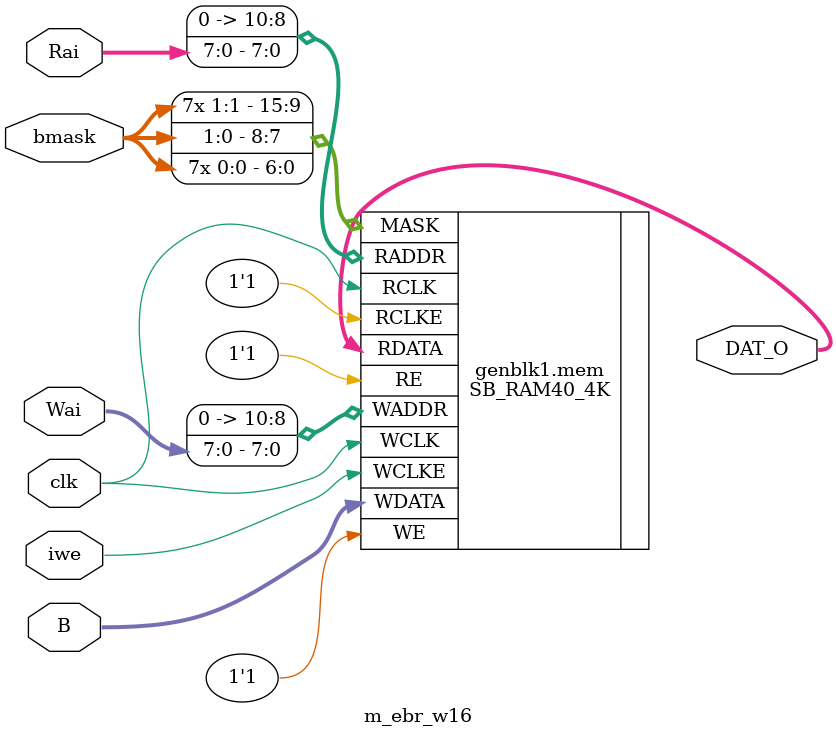
<source format=v>
/* -----------------------------------------------------------------------------
 * Part of midgetv
 * 2019. Copyright B. Nossum.
 * For licence, see LICENCE
 * -----------------------------------------------------------------------------
 * EBR program memory is split into 16-bit wide memory specified here.
 * The memory is up to 4 KiB large
 */
module m_ebr_w16
  # ( parameter EBRADRWIDTH = 8,
      parameter [4095:0] prg0 = 4096'h0,
      parameter [4095:0] prg1 = 4096'h0,
      parameter [4095:0] prg2 = 4096'h0,
      parameter [4095:0] prg3 = 4096'h0,
      parameter [4095:0] prg4 = 4096'h0,
      parameter [4095:0] prg5 = 4096'h0,
      parameter [4095:0] prg6 = 4096'h0,
      parameter [4095:0] prg7 = 4096'h0
      )
   (
    input [15:0]            B, //     Output from ALU
    input [EBRADRWIDTH-1:0] Rai, //   Read adddress
    input [EBRADRWIDTH-1:0] Wai, //   Write adddress
    input                   clk, //   System clock
    input [1:0]             bmask, // Byte masks for write, active LUW
    input                   iwe, //   Write enable
    output [15:0]           DAT_O //  Registered output
    );
   
   localparam NrRamsHere = (1<<(EBRADRWIDTH-8));
   
   generate
      
      if ( NrRamsHere == 1 ) begin
         SB_RAM40_4K 
           #(.INIT_0(prg0[ 255:   0]),
             .INIT_1(prg0[ 511: 256]),
             .INIT_2(prg0[ 767: 512]),
             .INIT_3(prg0[1023: 768]),
             .INIT_4(prg0[1279:1024]),
             .INIT_5(prg0[1535:1280]),
             .INIT_6(prg0[1791:1536]),
             .INIT_7(prg0[2047:1792]),
             .INIT_8(prg0[2303:2048]),
             .INIT_9(prg0[2559:2304]),
             .INIT_A(prg0[2815:2560]),
             .INIT_B(prg0[3071:2816]),
             .INIT_C(prg0[3327:3072]),
             .INIT_D(prg0[3583:3328]),
             .INIT_E(prg0[3839:3584]),
             .INIT_F(prg0[4095:3840]))
         mem
           (// Outputs
            .RDATA  ( DAT_O                         ),
            // Input
            .MASK   ( {{8{bmask[1]}},{8{bmask[0]}}} ),
            .WDATA  ( B                             ),
            .WADDR  ( {3'b0,Wai}                    ),
            .RADDR  ( {3'b0,Rai}                    ),
            .RE     ( 1'b1                          ),
            .WE     ( 1'b1                          ),
            .WCLK   ( clk                           ),
            .RCLK   ( clk                           ),
            .RCLKE  ( 1'b1                          ),
            .WCLKE  ( iwe                           )
            /*AUTOINST*/);
         
      end else begin
         /* Split the up to 4 KiB memory into low and high bytes
          */
         localparam [4095:0]
           pb3 = {prg7[4087:4080],prg7[4071:4064],prg7[4055:4048],prg7[4039:4032],prg7[4023:4016],prg7[4007:4000],prg7[3991:3984],prg7[3975:3968],
                  prg7[3959:3952],prg7[3943:3936],prg7[3927:3920],prg7[3911:3904],prg7[3895:3888],prg7[3879:3872],prg7[3863:3856],prg7[3847:3840],
                  prg7[3831:3824],prg7[3815:3808],prg7[3799:3792],prg7[3783:3776],prg7[3767:3760],prg7[3751:3744],prg7[3735:3728],prg7[3719:3712],
                  prg7[3703:3696],prg7[3687:3680],prg7[3671:3664],prg7[3655:3648],prg7[3639:3632],prg7[3623:3616],prg7[3607:3600],prg7[3591:3584],
                  prg7[3575:3568],prg7[3559:3552],prg7[3543:3536],prg7[3527:3520],prg7[3511:3504],prg7[3495:3488],prg7[3479:3472],prg7[3463:3456],
                  prg7[3447:3440],prg7[3431:3424],prg7[3415:3408],prg7[3399:3392],prg7[3383:3376],prg7[3367:3360],prg7[3351:3344],prg7[3335:3328],
                  prg7[3319:3312],prg7[3303:3296],prg7[3287:3280],prg7[3271:3264],prg7[3255:3248],prg7[3239:3232],prg7[3223:3216],prg7[3207:3200],
                  prg7[3191:3184],prg7[3175:3168],prg7[3159:3152],prg7[3143:3136],prg7[3127:3120],prg7[3111:3104],prg7[3095:3088],prg7[3079:3072],
                  prg7[3063:3056],prg7[3047:3040],prg7[3031:3024],prg7[3015:3008],prg7[2999:2992],prg7[2983:2976],prg7[2967:2960],prg7[2951:2944],
                  prg7[2935:2928],prg7[2919:2912],prg7[2903:2896],prg7[2887:2880],prg7[2871:2864],prg7[2855:2848],prg7[2839:2832],prg7[2823:2816],
                  prg7[2807:2800],prg7[2791:2784],prg7[2775:2768],prg7[2759:2752],prg7[2743:2736],prg7[2727:2720],prg7[2711:2704],prg7[2695:2688],
                  prg7[2679:2672],prg7[2663:2656],prg7[2647:2640],prg7[2631:2624],prg7[2615:2608],prg7[2599:2592],prg7[2583:2576],prg7[2567:2560],
                  prg7[2551:2544],prg7[2535:2528],prg7[2519:2512],prg7[2503:2496],prg7[2487:2480],prg7[2471:2464],prg7[2455:2448],prg7[2439:2432],
                  prg7[2423:2416],prg7[2407:2400],prg7[2391:2384],prg7[2375:2368],prg7[2359:2352],prg7[2343:2336],prg7[2327:2320],prg7[2311:2304],
                  prg7[2295:2288],prg7[2279:2272],prg7[2263:2256],prg7[2247:2240],prg7[2231:2224],prg7[2215:2208],prg7[2199:2192],prg7[2183:2176],
                  prg7[2167:2160],prg7[2151:2144],prg7[2135:2128],prg7[2119:2112],prg7[2103:2096],prg7[2087:2080],prg7[2071:2064],prg7[2055:2048],
                  prg7[2039:2032],prg7[2023:2016],prg7[2007:2000],prg7[1991:1984],prg7[1975:1968],prg7[1959:1952],prg7[1943:1936],prg7[1927:1920],
                  prg7[1911:1904],prg7[1895:1888],prg7[1879:1872],prg7[1863:1856],prg7[1847:1840],prg7[1831:1824],prg7[1815:1808],prg7[1799:1792],
                  prg7[1783:1776],prg7[1767:1760],prg7[1751:1744],prg7[1735:1728],prg7[1719:1712],prg7[1703:1696],prg7[1687:1680],prg7[1671:1664],
                  prg7[1655:1648],prg7[1639:1632],prg7[1623:1616],prg7[1607:1600],prg7[1591:1584],prg7[1575:1568],prg7[1559:1552],prg7[1543:1536],
                  prg7[1527:1520],prg7[1511:1504],prg7[1495:1488],prg7[1479:1472],prg7[1463:1456],prg7[1447:1440],prg7[1431:1424],prg7[1415:1408],
                  prg7[1399:1392],prg7[1383:1376],prg7[1367:1360],prg7[1351:1344],prg7[1335:1328],prg7[1319:1312],prg7[1303:1296],prg7[1287:1280],
                  prg7[1271:1264],prg7[1255:1248],prg7[1239:1232],prg7[1223:1216],prg7[1207:1200],prg7[1191:1184],prg7[1175:1168],prg7[1159:1152],
                  prg7[1143:1136],prg7[1127:1120],prg7[1111:1104],prg7[1095:1088],prg7[1079:1072],prg7[1063:1056],prg7[1047:1040],prg7[1031:1024],
                  prg7[1015:1008],prg7[ 999: 992],prg7[ 983: 976],prg7[ 967: 960],prg7[ 951: 944],prg7[ 935: 928],prg7[ 919: 912],prg7[ 903: 896],
                  prg7[ 887: 880],prg7[ 871: 864],prg7[ 855: 848],prg7[ 839: 832],prg7[ 823: 816],prg7[ 807: 800],prg7[ 791: 784],prg7[ 775: 768],
                  prg7[ 759: 752],prg7[ 743: 736],prg7[ 727: 720],prg7[ 711: 704],prg7[ 695: 688],prg7[ 679: 672],prg7[ 663: 656],prg7[ 647: 640],
                  prg7[ 631: 624],prg7[ 615: 608],prg7[ 599: 592],prg7[ 583: 576],prg7[ 567: 560],prg7[ 551: 544],prg7[ 535: 528],prg7[ 519: 512],
                  prg7[ 503: 496],prg7[ 487: 480],prg7[ 471: 464],prg7[ 455: 448],prg7[ 439: 432],prg7[ 423: 416],prg7[ 407: 400],prg7[ 391: 384],
                  prg7[ 375: 368],prg7[ 359: 352],prg7[ 343: 336],prg7[ 327: 320],prg7[ 311: 304],prg7[ 295: 288],prg7[ 279: 272],prg7[ 263: 256],
                  prg7[ 247: 240],prg7[ 231: 224],prg7[ 215: 208],prg7[ 199: 192],prg7[ 183: 176],prg7[ 167: 160],prg7[ 151: 144],prg7[ 135: 128],
                  prg7[ 119: 112],prg7[ 103:  96],prg7[  87:  80],prg7[  71:  64],prg7[  55:  48],prg7[  39:  32],prg7[  23:  16],prg7[   7:   0],
                  prg6[4087:4080],prg6[4071:4064],prg6[4055:4048],prg6[4039:4032],prg6[4023:4016],prg6[4007:4000],prg6[3991:3984],prg6[3975:3968],
                  prg6[3959:3952],prg6[3943:3936],prg6[3927:3920],prg6[3911:3904],prg6[3895:3888],prg6[3879:3872],prg6[3863:3856],prg6[3847:3840],
                  prg6[3831:3824],prg6[3815:3808],prg6[3799:3792],prg6[3783:3776],prg6[3767:3760],prg6[3751:3744],prg6[3735:3728],prg6[3719:3712],
                  prg6[3703:3696],prg6[3687:3680],prg6[3671:3664],prg6[3655:3648],prg6[3639:3632],prg6[3623:3616],prg6[3607:3600],prg6[3591:3584],
                  prg6[3575:3568],prg6[3559:3552],prg6[3543:3536],prg6[3527:3520],prg6[3511:3504],prg6[3495:3488],prg6[3479:3472],prg6[3463:3456],
                  prg6[3447:3440],prg6[3431:3424],prg6[3415:3408],prg6[3399:3392],prg6[3383:3376],prg6[3367:3360],prg6[3351:3344],prg6[3335:3328],
                  prg6[3319:3312],prg6[3303:3296],prg6[3287:3280],prg6[3271:3264],prg6[3255:3248],prg6[3239:3232],prg6[3223:3216],prg6[3207:3200],
                  prg6[3191:3184],prg6[3175:3168],prg6[3159:3152],prg6[3143:3136],prg6[3127:3120],prg6[3111:3104],prg6[3095:3088],prg6[3079:3072],
                  prg6[3063:3056],prg6[3047:3040],prg6[3031:3024],prg6[3015:3008],prg6[2999:2992],prg6[2983:2976],prg6[2967:2960],prg6[2951:2944],
                  prg6[2935:2928],prg6[2919:2912],prg6[2903:2896],prg6[2887:2880],prg6[2871:2864],prg6[2855:2848],prg6[2839:2832],prg6[2823:2816],
                  prg6[2807:2800],prg6[2791:2784],prg6[2775:2768],prg6[2759:2752],prg6[2743:2736],prg6[2727:2720],prg6[2711:2704],prg6[2695:2688],
                  prg6[2679:2672],prg6[2663:2656],prg6[2647:2640],prg6[2631:2624],prg6[2615:2608],prg6[2599:2592],prg6[2583:2576],prg6[2567:2560],
                  prg6[2551:2544],prg6[2535:2528],prg6[2519:2512],prg6[2503:2496],prg6[2487:2480],prg6[2471:2464],prg6[2455:2448],prg6[2439:2432],
                  prg6[2423:2416],prg6[2407:2400],prg6[2391:2384],prg6[2375:2368],prg6[2359:2352],prg6[2343:2336],prg6[2327:2320],prg6[2311:2304],
                  prg6[2295:2288],prg6[2279:2272],prg6[2263:2256],prg6[2247:2240],prg6[2231:2224],prg6[2215:2208],prg6[2199:2192],prg6[2183:2176],
                  prg6[2167:2160],prg6[2151:2144],prg6[2135:2128],prg6[2119:2112],prg6[2103:2096],prg6[2087:2080],prg6[2071:2064],prg6[2055:2048],
                  prg6[2039:2032],prg6[2023:2016],prg6[2007:2000],prg6[1991:1984],prg6[1975:1968],prg6[1959:1952],prg6[1943:1936],prg6[1927:1920],
                  prg6[1911:1904],prg6[1895:1888],prg6[1879:1872],prg6[1863:1856],prg6[1847:1840],prg6[1831:1824],prg6[1815:1808],prg6[1799:1792],
                  prg6[1783:1776],prg6[1767:1760],prg6[1751:1744],prg6[1735:1728],prg6[1719:1712],prg6[1703:1696],prg6[1687:1680],prg6[1671:1664],
                  prg6[1655:1648],prg6[1639:1632],prg6[1623:1616],prg6[1607:1600],prg6[1591:1584],prg6[1575:1568],prg6[1559:1552],prg6[1543:1536],
                  prg6[1527:1520],prg6[1511:1504],prg6[1495:1488],prg6[1479:1472],prg6[1463:1456],prg6[1447:1440],prg6[1431:1424],prg6[1415:1408],
                  prg6[1399:1392],prg6[1383:1376],prg6[1367:1360],prg6[1351:1344],prg6[1335:1328],prg6[1319:1312],prg6[1303:1296],prg6[1287:1280],
                  prg6[1271:1264],prg6[1255:1248],prg6[1239:1232],prg6[1223:1216],prg6[1207:1200],prg6[1191:1184],prg6[1175:1168],prg6[1159:1152],
                  prg6[1143:1136],prg6[1127:1120],prg6[1111:1104],prg6[1095:1088],prg6[1079:1072],prg6[1063:1056],prg6[1047:1040],prg6[1031:1024],
                  prg6[1015:1008],prg6[ 999: 992],prg6[ 983: 976],prg6[ 967: 960],prg6[ 951: 944],prg6[ 935: 928],prg6[ 919: 912],prg6[ 903: 896],
                  prg6[ 887: 880],prg6[ 871: 864],prg6[ 855: 848],prg6[ 839: 832],prg6[ 823: 816],prg6[ 807: 800],prg6[ 791: 784],prg6[ 775: 768],
                  prg6[ 759: 752],prg6[ 743: 736],prg6[ 727: 720],prg6[ 711: 704],prg6[ 695: 688],prg6[ 679: 672],prg6[ 663: 656],prg6[ 647: 640],
                  prg6[ 631: 624],prg6[ 615: 608],prg6[ 599: 592],prg6[ 583: 576],prg6[ 567: 560],prg6[ 551: 544],prg6[ 535: 528],prg6[ 519: 512],
                  prg6[ 503: 496],prg6[ 487: 480],prg6[ 471: 464],prg6[ 455: 448],prg6[ 439: 432],prg6[ 423: 416],prg6[ 407: 400],prg6[ 391: 384],
                  prg6[ 375: 368],prg6[ 359: 352],prg6[ 343: 336],prg6[ 327: 320],prg6[ 311: 304],prg6[ 295: 288],prg6[ 279: 272],prg6[ 263: 256],
                  prg6[ 247: 240],prg6[ 231: 224],prg6[ 215: 208],prg6[ 199: 192],prg6[ 183: 176],prg6[ 167: 160],prg6[ 151: 144],prg6[ 135: 128],
                  prg6[ 119: 112],prg6[ 103:  96],prg6[  87:  80],prg6[  71:  64],prg6[  55:  48],prg6[  39:  32],prg6[  23:  16],prg6[   7:   0]};
         localparam [4095:0]
           pb2 = {prg5[4087:4080],prg5[4071:4064],prg5[4055:4048],prg5[4039:4032],prg5[4023:4016],prg5[4007:4000],prg5[3991:3984],prg5[3975:3968],
                  prg5[3959:3952],prg5[3943:3936],prg5[3927:3920],prg5[3911:3904],prg5[3895:3888],prg5[3879:3872],prg5[3863:3856],prg5[3847:3840],
                  prg5[3831:3824],prg5[3815:3808],prg5[3799:3792],prg5[3783:3776],prg5[3767:3760],prg5[3751:3744],prg5[3735:3728],prg5[3719:3712],
                  prg5[3703:3696],prg5[3687:3680],prg5[3671:3664],prg5[3655:3648],prg5[3639:3632],prg5[3623:3616],prg5[3607:3600],prg5[3591:3584],
                  prg5[3575:3568],prg5[3559:3552],prg5[3543:3536],prg5[3527:3520],prg5[3511:3504],prg5[3495:3488],prg5[3479:3472],prg5[3463:3456],
                  prg5[3447:3440],prg5[3431:3424],prg5[3415:3408],prg5[3399:3392],prg5[3383:3376],prg5[3367:3360],prg5[3351:3344],prg5[3335:3328],
                  prg5[3319:3312],prg5[3303:3296],prg5[3287:3280],prg5[3271:3264],prg5[3255:3248],prg5[3239:3232],prg5[3223:3216],prg5[3207:3200],
                  prg5[3191:3184],prg5[3175:3168],prg5[3159:3152],prg5[3143:3136],prg5[3127:3120],prg5[3111:3104],prg5[3095:3088],prg5[3079:3072],
                  prg5[3063:3056],prg5[3047:3040],prg5[3031:3024],prg5[3015:3008],prg5[2999:2992],prg5[2983:2976],prg5[2967:2960],prg5[2951:2944],
                  prg5[2935:2928],prg5[2919:2912],prg5[2903:2896],prg5[2887:2880],prg5[2871:2864],prg5[2855:2848],prg5[2839:2832],prg5[2823:2816],
                  prg5[2807:2800],prg5[2791:2784],prg5[2775:2768],prg5[2759:2752],prg5[2743:2736],prg5[2727:2720],prg5[2711:2704],prg5[2695:2688],
                  prg5[2679:2672],prg5[2663:2656],prg5[2647:2640],prg5[2631:2624],prg5[2615:2608],prg5[2599:2592],prg5[2583:2576],prg5[2567:2560],
                  prg5[2551:2544],prg5[2535:2528],prg5[2519:2512],prg5[2503:2496],prg5[2487:2480],prg5[2471:2464],prg5[2455:2448],prg5[2439:2432],
                  prg5[2423:2416],prg5[2407:2400],prg5[2391:2384],prg5[2375:2368],prg5[2359:2352],prg5[2343:2336],prg5[2327:2320],prg5[2311:2304],
                  prg5[2295:2288],prg5[2279:2272],prg5[2263:2256],prg5[2247:2240],prg5[2231:2224],prg5[2215:2208],prg5[2199:2192],prg5[2183:2176],
                  prg5[2167:2160],prg5[2151:2144],prg5[2135:2128],prg5[2119:2112],prg5[2103:2096],prg5[2087:2080],prg5[2071:2064],prg5[2055:2048],
                  prg5[2039:2032],prg5[2023:2016],prg5[2007:2000],prg5[1991:1984],prg5[1975:1968],prg5[1959:1952],prg5[1943:1936],prg5[1927:1920],
                  prg5[1911:1904],prg5[1895:1888],prg5[1879:1872],prg5[1863:1856],prg5[1847:1840],prg5[1831:1824],prg5[1815:1808],prg5[1799:1792],
                  prg5[1783:1776],prg5[1767:1760],prg5[1751:1744],prg5[1735:1728],prg5[1719:1712],prg5[1703:1696],prg5[1687:1680],prg5[1671:1664],
                  prg5[1655:1648],prg5[1639:1632],prg5[1623:1616],prg5[1607:1600],prg5[1591:1584],prg5[1575:1568],prg5[1559:1552],prg5[1543:1536],
                  prg5[1527:1520],prg5[1511:1504],prg5[1495:1488],prg5[1479:1472],prg5[1463:1456],prg5[1447:1440],prg5[1431:1424],prg5[1415:1408],
                  prg5[1399:1392],prg5[1383:1376],prg5[1367:1360],prg5[1351:1344],prg5[1335:1328],prg5[1319:1312],prg5[1303:1296],prg5[1287:1280],
                  prg5[1271:1264],prg5[1255:1248],prg5[1239:1232],prg5[1223:1216],prg5[1207:1200],prg5[1191:1184],prg5[1175:1168],prg5[1159:1152],
                  prg5[1143:1136],prg5[1127:1120],prg5[1111:1104],prg5[1095:1088],prg5[1079:1072],prg5[1063:1056],prg5[1047:1040],prg5[1031:1024],
                  prg5[1015:1008],prg5[ 999: 992],prg5[ 983: 976],prg5[ 967: 960],prg5[ 951: 944],prg5[ 935: 928],prg5[ 919: 912],prg5[ 903: 896],
                  prg5[ 887: 880],prg5[ 871: 864],prg5[ 855: 848],prg5[ 839: 832],prg5[ 823: 816],prg5[ 807: 800],prg5[ 791: 784],prg5[ 775: 768],
                  prg5[ 759: 752],prg5[ 743: 736],prg5[ 727: 720],prg5[ 711: 704],prg5[ 695: 688],prg5[ 679: 672],prg5[ 663: 656],prg5[ 647: 640],
                  prg5[ 631: 624],prg5[ 615: 608],prg5[ 599: 592],prg5[ 583: 576],prg5[ 567: 560],prg5[ 551: 544],prg5[ 535: 528],prg5[ 519: 512],
                  prg5[ 503: 496],prg5[ 487: 480],prg5[ 471: 464],prg5[ 455: 448],prg5[ 439: 432],prg5[ 423: 416],prg5[ 407: 400],prg5[ 391: 384],
                  prg5[ 375: 368],prg5[ 359: 352],prg5[ 343: 336],prg5[ 327: 320],prg5[ 311: 304],prg5[ 295: 288],prg5[ 279: 272],prg5[ 263: 256],
                  prg5[ 247: 240],prg5[ 231: 224],prg5[ 215: 208],prg5[ 199: 192],prg5[ 183: 176],prg5[ 167: 160],prg5[ 151: 144],prg5[ 135: 128],
                  prg5[ 119: 112],prg5[ 103:  96],prg5[  87:  80],prg5[  71:  64],prg5[  55:  48],prg5[  39:  32],prg5[  23:  16],prg5[   7:   0],
                  prg4[4087:4080],prg4[4071:4064],prg4[4055:4048],prg4[4039:4032],prg4[4023:4016],prg4[4007:4000],prg4[3991:3984],prg4[3975:3968],
                  prg4[3959:3952],prg4[3943:3936],prg4[3927:3920],prg4[3911:3904],prg4[3895:3888],prg4[3879:3872],prg4[3863:3856],prg4[3847:3840],
                  prg4[3831:3824],prg4[3815:3808],prg4[3799:3792],prg4[3783:3776],prg4[3767:3760],prg4[3751:3744],prg4[3735:3728],prg4[3719:3712],
                  prg4[3703:3696],prg4[3687:3680],prg4[3671:3664],prg4[3655:3648],prg4[3639:3632],prg4[3623:3616],prg4[3607:3600],prg4[3591:3584],
                  prg4[3575:3568],prg4[3559:3552],prg4[3543:3536],prg4[3527:3520],prg4[3511:3504],prg4[3495:3488],prg4[3479:3472],prg4[3463:3456],
                  prg4[3447:3440],prg4[3431:3424],prg4[3415:3408],prg4[3399:3392],prg4[3383:3376],prg4[3367:3360],prg4[3351:3344],prg4[3335:3328],
                  prg4[3319:3312],prg4[3303:3296],prg4[3287:3280],prg4[3271:3264],prg4[3255:3248],prg4[3239:3232],prg4[3223:3216],prg4[3207:3200],
                  prg4[3191:3184],prg4[3175:3168],prg4[3159:3152],prg4[3143:3136],prg4[3127:3120],prg4[3111:3104],prg4[3095:3088],prg4[3079:3072],
                  prg4[3063:3056],prg4[3047:3040],prg4[3031:3024],prg4[3015:3008],prg4[2999:2992],prg4[2983:2976],prg4[2967:2960],prg4[2951:2944],
                  prg4[2935:2928],prg4[2919:2912],prg4[2903:2896],prg4[2887:2880],prg4[2871:2864],prg4[2855:2848],prg4[2839:2832],prg4[2823:2816],
                  prg4[2807:2800],prg4[2791:2784],prg4[2775:2768],prg4[2759:2752],prg4[2743:2736],prg4[2727:2720],prg4[2711:2704],prg4[2695:2688],
                  prg4[2679:2672],prg4[2663:2656],prg4[2647:2640],prg4[2631:2624],prg4[2615:2608],prg4[2599:2592],prg4[2583:2576],prg4[2567:2560],
                  prg4[2551:2544],prg4[2535:2528],prg4[2519:2512],prg4[2503:2496],prg4[2487:2480],prg4[2471:2464],prg4[2455:2448],prg4[2439:2432],
                  prg4[2423:2416],prg4[2407:2400],prg4[2391:2384],prg4[2375:2368],prg4[2359:2352],prg4[2343:2336],prg4[2327:2320],prg4[2311:2304],
                  prg4[2295:2288],prg4[2279:2272],prg4[2263:2256],prg4[2247:2240],prg4[2231:2224],prg4[2215:2208],prg4[2199:2192],prg4[2183:2176],
                  prg4[2167:2160],prg4[2151:2144],prg4[2135:2128],prg4[2119:2112],prg4[2103:2096],prg4[2087:2080],prg4[2071:2064],prg4[2055:2048],
                  prg4[2039:2032],prg4[2023:2016],prg4[2007:2000],prg4[1991:1984],prg4[1975:1968],prg4[1959:1952],prg4[1943:1936],prg4[1927:1920],
                  prg4[1911:1904],prg4[1895:1888],prg4[1879:1872],prg4[1863:1856],prg4[1847:1840],prg4[1831:1824],prg4[1815:1808],prg4[1799:1792],
                  prg4[1783:1776],prg4[1767:1760],prg4[1751:1744],prg4[1735:1728],prg4[1719:1712],prg4[1703:1696],prg4[1687:1680],prg4[1671:1664],
                  prg4[1655:1648],prg4[1639:1632],prg4[1623:1616],prg4[1607:1600],prg4[1591:1584],prg4[1575:1568],prg4[1559:1552],prg4[1543:1536],
                  prg4[1527:1520],prg4[1511:1504],prg4[1495:1488],prg4[1479:1472],prg4[1463:1456],prg4[1447:1440],prg4[1431:1424],prg4[1415:1408],
                  prg4[1399:1392],prg4[1383:1376],prg4[1367:1360],prg4[1351:1344],prg4[1335:1328],prg4[1319:1312],prg4[1303:1296],prg4[1287:1280],
                  prg4[1271:1264],prg4[1255:1248],prg4[1239:1232],prg4[1223:1216],prg4[1207:1200],prg4[1191:1184],prg4[1175:1168],prg4[1159:1152],
                  prg4[1143:1136],prg4[1127:1120],prg4[1111:1104],prg4[1095:1088],prg4[1079:1072],prg4[1063:1056],prg4[1047:1040],prg4[1031:1024],
                  prg4[1015:1008],prg4[ 999: 992],prg4[ 983: 976],prg4[ 967: 960],prg4[ 951: 944],prg4[ 935: 928],prg4[ 919: 912],prg4[ 903: 896],
                  prg4[ 887: 880],prg4[ 871: 864],prg4[ 855: 848],prg4[ 839: 832],prg4[ 823: 816],prg4[ 807: 800],prg4[ 791: 784],prg4[ 775: 768],
                  prg4[ 759: 752],prg4[ 743: 736],prg4[ 727: 720],prg4[ 711: 704],prg4[ 695: 688],prg4[ 679: 672],prg4[ 663: 656],prg4[ 647: 640],
                  prg4[ 631: 624],prg4[ 615: 608],prg4[ 599: 592],prg4[ 583: 576],prg4[ 567: 560],prg4[ 551: 544],prg4[ 535: 528],prg4[ 519: 512],
                  prg4[ 503: 496],prg4[ 487: 480],prg4[ 471: 464],prg4[ 455: 448],prg4[ 439: 432],prg4[ 423: 416],prg4[ 407: 400],prg4[ 391: 384],
                  prg4[ 375: 368],prg4[ 359: 352],prg4[ 343: 336],prg4[ 327: 320],prg4[ 311: 304],prg4[ 295: 288],prg4[ 279: 272],prg4[ 263: 256],
                  prg4[ 247: 240],prg4[ 231: 224],prg4[ 215: 208],prg4[ 199: 192],prg4[ 183: 176],prg4[ 167: 160],prg4[ 151: 144],prg4[ 135: 128],
                  prg4[ 119: 112],prg4[ 103:  96],prg4[  87:  80],prg4[  71:  64],prg4[  55:  48],prg4[  39:  32],prg4[  23:  16],prg4[   7:   0]};
         localparam [4095:0]
           pb1 = {prg3[4087:4080],prg3[4071:4064],prg3[4055:4048],prg3[4039:4032],prg3[4023:4016],prg3[4007:4000],prg3[3991:3984],prg3[3975:3968],
                  prg3[3959:3952],prg3[3943:3936],prg3[3927:3920],prg3[3911:3904],prg3[3895:3888],prg3[3879:3872],prg3[3863:3856],prg3[3847:3840],
                  prg3[3831:3824],prg3[3815:3808],prg3[3799:3792],prg3[3783:3776],prg3[3767:3760],prg3[3751:3744],prg3[3735:3728],prg3[3719:3712],
                  prg3[3703:3696],prg3[3687:3680],prg3[3671:3664],prg3[3655:3648],prg3[3639:3632],prg3[3623:3616],prg3[3607:3600],prg3[3591:3584],
                  prg3[3575:3568],prg3[3559:3552],prg3[3543:3536],prg3[3527:3520],prg3[3511:3504],prg3[3495:3488],prg3[3479:3472],prg3[3463:3456],
                  prg3[3447:3440],prg3[3431:3424],prg3[3415:3408],prg3[3399:3392],prg3[3383:3376],prg3[3367:3360],prg3[3351:3344],prg3[3335:3328],
                  prg3[3319:3312],prg3[3303:3296],prg3[3287:3280],prg3[3271:3264],prg3[3255:3248],prg3[3239:3232],prg3[3223:3216],prg3[3207:3200],
                  prg3[3191:3184],prg3[3175:3168],prg3[3159:3152],prg3[3143:3136],prg3[3127:3120],prg3[3111:3104],prg3[3095:3088],prg3[3079:3072],
                  prg3[3063:3056],prg3[3047:3040],prg3[3031:3024],prg3[3015:3008],prg3[2999:2992],prg3[2983:2976],prg3[2967:2960],prg3[2951:2944],
                  prg3[2935:2928],prg3[2919:2912],prg3[2903:2896],prg3[2887:2880],prg3[2871:2864],prg3[2855:2848],prg3[2839:2832],prg3[2823:2816],
                  prg3[2807:2800],prg3[2791:2784],prg3[2775:2768],prg3[2759:2752],prg3[2743:2736],prg3[2727:2720],prg3[2711:2704],prg3[2695:2688],
                  prg3[2679:2672],prg3[2663:2656],prg3[2647:2640],prg3[2631:2624],prg3[2615:2608],prg3[2599:2592],prg3[2583:2576],prg3[2567:2560],
                  prg3[2551:2544],prg3[2535:2528],prg3[2519:2512],prg3[2503:2496],prg3[2487:2480],prg3[2471:2464],prg3[2455:2448],prg3[2439:2432],
                  prg3[2423:2416],prg3[2407:2400],prg3[2391:2384],prg3[2375:2368],prg3[2359:2352],prg3[2343:2336],prg3[2327:2320],prg3[2311:2304],
                  prg3[2295:2288],prg3[2279:2272],prg3[2263:2256],prg3[2247:2240],prg3[2231:2224],prg3[2215:2208],prg3[2199:2192],prg3[2183:2176],
                  prg3[2167:2160],prg3[2151:2144],prg3[2135:2128],prg3[2119:2112],prg3[2103:2096],prg3[2087:2080],prg3[2071:2064],prg3[2055:2048],
                  prg3[2039:2032],prg3[2023:2016],prg3[2007:2000],prg3[1991:1984],prg3[1975:1968],prg3[1959:1952],prg3[1943:1936],prg3[1927:1920],
                  prg3[1911:1904],prg3[1895:1888],prg3[1879:1872],prg3[1863:1856],prg3[1847:1840],prg3[1831:1824],prg3[1815:1808],prg3[1799:1792],
                  prg3[1783:1776],prg3[1767:1760],prg3[1751:1744],prg3[1735:1728],prg3[1719:1712],prg3[1703:1696],prg3[1687:1680],prg3[1671:1664],
                  prg3[1655:1648],prg3[1639:1632],prg3[1623:1616],prg3[1607:1600],prg3[1591:1584],prg3[1575:1568],prg3[1559:1552],prg3[1543:1536],
                  prg3[1527:1520],prg3[1511:1504],prg3[1495:1488],prg3[1479:1472],prg3[1463:1456],prg3[1447:1440],prg3[1431:1424],prg3[1415:1408],
                  prg3[1399:1392],prg3[1383:1376],prg3[1367:1360],prg3[1351:1344],prg3[1335:1328],prg3[1319:1312],prg3[1303:1296],prg3[1287:1280],
                  prg3[1271:1264],prg3[1255:1248],prg3[1239:1232],prg3[1223:1216],prg3[1207:1200],prg3[1191:1184],prg3[1175:1168],prg3[1159:1152],
                  prg3[1143:1136],prg3[1127:1120],prg3[1111:1104],prg3[1095:1088],prg3[1079:1072],prg3[1063:1056],prg3[1047:1040],prg3[1031:1024],
                  prg3[1015:1008],prg3[ 999: 992],prg3[ 983: 976],prg3[ 967: 960],prg3[ 951: 944],prg3[ 935: 928],prg3[ 919: 912],prg3[ 903: 896],
                  prg3[ 887: 880],prg3[ 871: 864],prg3[ 855: 848],prg3[ 839: 832],prg3[ 823: 816],prg3[ 807: 800],prg3[ 791: 784],prg3[ 775: 768],
                  prg3[ 759: 752],prg3[ 743: 736],prg3[ 727: 720],prg3[ 711: 704],prg3[ 695: 688],prg3[ 679: 672],prg3[ 663: 656],prg3[ 647: 640],
                  prg3[ 631: 624],prg3[ 615: 608],prg3[ 599: 592],prg3[ 583: 576],prg3[ 567: 560],prg3[ 551: 544],prg3[ 535: 528],prg3[ 519: 512],
                  prg3[ 503: 496],prg3[ 487: 480],prg3[ 471: 464],prg3[ 455: 448],prg3[ 439: 432],prg3[ 423: 416],prg3[ 407: 400],prg3[ 391: 384],
                  prg3[ 375: 368],prg3[ 359: 352],prg3[ 343: 336],prg3[ 327: 320],prg3[ 311: 304],prg3[ 295: 288],prg3[ 279: 272],prg3[ 263: 256],
                  prg3[ 247: 240],prg3[ 231: 224],prg3[ 215: 208],prg3[ 199: 192],prg3[ 183: 176],prg3[ 167: 160],prg3[ 151: 144],prg3[ 135: 128],
                  prg3[ 119: 112],prg3[ 103:  96],prg3[  87:  80],prg3[  71:  64],prg3[  55:  48],prg3[  39:  32],prg3[  23:  16],prg3[   7:   0],
                  prg2[4087:4080],prg2[4071:4064],prg2[4055:4048],prg2[4039:4032],prg2[4023:4016],prg2[4007:4000],prg2[3991:3984],prg2[3975:3968],
                  prg2[3959:3952],prg2[3943:3936],prg2[3927:3920],prg2[3911:3904],prg2[3895:3888],prg2[3879:3872],prg2[3863:3856],prg2[3847:3840],
                  prg2[3831:3824],prg2[3815:3808],prg2[3799:3792],prg2[3783:3776],prg2[3767:3760],prg2[3751:3744],prg2[3735:3728],prg2[3719:3712],
                  prg2[3703:3696],prg2[3687:3680],prg2[3671:3664],prg2[3655:3648],prg2[3639:3632],prg2[3623:3616],prg2[3607:3600],prg2[3591:3584],
                  prg2[3575:3568],prg2[3559:3552],prg2[3543:3536],prg2[3527:3520],prg2[3511:3504],prg2[3495:3488],prg2[3479:3472],prg2[3463:3456],
                  prg2[3447:3440],prg2[3431:3424],prg2[3415:3408],prg2[3399:3392],prg2[3383:3376],prg2[3367:3360],prg2[3351:3344],prg2[3335:3328],
                  prg2[3319:3312],prg2[3303:3296],prg2[3287:3280],prg2[3271:3264],prg2[3255:3248],prg2[3239:3232],prg2[3223:3216],prg2[3207:3200],
                  prg2[3191:3184],prg2[3175:3168],prg2[3159:3152],prg2[3143:3136],prg2[3127:3120],prg2[3111:3104],prg2[3095:3088],prg2[3079:3072],
                  prg2[3063:3056],prg2[3047:3040],prg2[3031:3024],prg2[3015:3008],prg2[2999:2992],prg2[2983:2976],prg2[2967:2960],prg2[2951:2944],
                  prg2[2935:2928],prg2[2919:2912],prg2[2903:2896],prg2[2887:2880],prg2[2871:2864],prg2[2855:2848],prg2[2839:2832],prg2[2823:2816],
                  prg2[2807:2800],prg2[2791:2784],prg2[2775:2768],prg2[2759:2752],prg2[2743:2736],prg2[2727:2720],prg2[2711:2704],prg2[2695:2688],
                  prg2[2679:2672],prg2[2663:2656],prg2[2647:2640],prg2[2631:2624],prg2[2615:2608],prg2[2599:2592],prg2[2583:2576],prg2[2567:2560],
                  prg2[2551:2544],prg2[2535:2528],prg2[2519:2512],prg2[2503:2496],prg2[2487:2480],prg2[2471:2464],prg2[2455:2448],prg2[2439:2432],
                  prg2[2423:2416],prg2[2407:2400],prg2[2391:2384],prg2[2375:2368],prg2[2359:2352],prg2[2343:2336],prg2[2327:2320],prg2[2311:2304],
                  prg2[2295:2288],prg2[2279:2272],prg2[2263:2256],prg2[2247:2240],prg2[2231:2224],prg2[2215:2208],prg2[2199:2192],prg2[2183:2176],
                  prg2[2167:2160],prg2[2151:2144],prg2[2135:2128],prg2[2119:2112],prg2[2103:2096],prg2[2087:2080],prg2[2071:2064],prg2[2055:2048],
                  prg2[2039:2032],prg2[2023:2016],prg2[2007:2000],prg2[1991:1984],prg2[1975:1968],prg2[1959:1952],prg2[1943:1936],prg2[1927:1920],
                  prg2[1911:1904],prg2[1895:1888],prg2[1879:1872],prg2[1863:1856],prg2[1847:1840],prg2[1831:1824],prg2[1815:1808],prg2[1799:1792],
                  prg2[1783:1776],prg2[1767:1760],prg2[1751:1744],prg2[1735:1728],prg2[1719:1712],prg2[1703:1696],prg2[1687:1680],prg2[1671:1664],
                  prg2[1655:1648],prg2[1639:1632],prg2[1623:1616],prg2[1607:1600],prg2[1591:1584],prg2[1575:1568],prg2[1559:1552],prg2[1543:1536],
                  prg2[1527:1520],prg2[1511:1504],prg2[1495:1488],prg2[1479:1472],prg2[1463:1456],prg2[1447:1440],prg2[1431:1424],prg2[1415:1408],
                  prg2[1399:1392],prg2[1383:1376],prg2[1367:1360],prg2[1351:1344],prg2[1335:1328],prg2[1319:1312],prg2[1303:1296],prg2[1287:1280],
                  prg2[1271:1264],prg2[1255:1248],prg2[1239:1232],prg2[1223:1216],prg2[1207:1200],prg2[1191:1184],prg2[1175:1168],prg2[1159:1152],
                  prg2[1143:1136],prg2[1127:1120],prg2[1111:1104],prg2[1095:1088],prg2[1079:1072],prg2[1063:1056],prg2[1047:1040],prg2[1031:1024],
                  prg2[1015:1008],prg2[ 999: 992],prg2[ 983: 976],prg2[ 967: 960],prg2[ 951: 944],prg2[ 935: 928],prg2[ 919: 912],prg2[ 903: 896],
                  prg2[ 887: 880],prg2[ 871: 864],prg2[ 855: 848],prg2[ 839: 832],prg2[ 823: 816],prg2[ 807: 800],prg2[ 791: 784],prg2[ 775: 768],
                  prg2[ 759: 752],prg2[ 743: 736],prg2[ 727: 720],prg2[ 711: 704],prg2[ 695: 688],prg2[ 679: 672],prg2[ 663: 656],prg2[ 647: 640],
                  prg2[ 631: 624],prg2[ 615: 608],prg2[ 599: 592],prg2[ 583: 576],prg2[ 567: 560],prg2[ 551: 544],prg2[ 535: 528],prg2[ 519: 512],
                  prg2[ 503: 496],prg2[ 487: 480],prg2[ 471: 464],prg2[ 455: 448],prg2[ 439: 432],prg2[ 423: 416],prg2[ 407: 400],prg2[ 391: 384],
                  prg2[ 375: 368],prg2[ 359: 352],prg2[ 343: 336],prg2[ 327: 320],prg2[ 311: 304],prg2[ 295: 288],prg2[ 279: 272],prg2[ 263: 256],
                  prg2[ 247: 240],prg2[ 231: 224],prg2[ 215: 208],prg2[ 199: 192],prg2[ 183: 176],prg2[ 167: 160],prg2[ 151: 144],prg2[ 135: 128],
                  prg2[ 119: 112],prg2[ 103:  96],prg2[  87:  80],prg2[  71:  64],prg2[  55:  48],prg2[  39:  32],prg2[  23:  16],prg2[   7:   0]};
         localparam [4095:0]
           pb0 = {prg1[4087:4080],prg1[4071:4064],prg1[4055:4048],prg1[4039:4032],prg1[4023:4016],prg1[4007:4000],prg1[3991:3984],prg1[3975:3968],
                  prg1[3959:3952],prg1[3943:3936],prg1[3927:3920],prg1[3911:3904],prg1[3895:3888],prg1[3879:3872],prg1[3863:3856],prg1[3847:3840],
                  prg1[3831:3824],prg1[3815:3808],prg1[3799:3792],prg1[3783:3776],prg1[3767:3760],prg1[3751:3744],prg1[3735:3728],prg1[3719:3712],
                  prg1[3703:3696],prg1[3687:3680],prg1[3671:3664],prg1[3655:3648],prg1[3639:3632],prg1[3623:3616],prg1[3607:3600],prg1[3591:3584],
                  prg1[3575:3568],prg1[3559:3552],prg1[3543:3536],prg1[3527:3520],prg1[3511:3504],prg1[3495:3488],prg1[3479:3472],prg1[3463:3456],
                  prg1[3447:3440],prg1[3431:3424],prg1[3415:3408],prg1[3399:3392],prg1[3383:3376],prg1[3367:3360],prg1[3351:3344],prg1[3335:3328],
                  prg1[3319:3312],prg1[3303:3296],prg1[3287:3280],prg1[3271:3264],prg1[3255:3248],prg1[3239:3232],prg1[3223:3216],prg1[3207:3200],
                  prg1[3191:3184],prg1[3175:3168],prg1[3159:3152],prg1[3143:3136],prg1[3127:3120],prg1[3111:3104],prg1[3095:3088],prg1[3079:3072],
                  prg1[3063:3056],prg1[3047:3040],prg1[3031:3024],prg1[3015:3008],prg1[2999:2992],prg1[2983:2976],prg1[2967:2960],prg1[2951:2944],
                  prg1[2935:2928],prg1[2919:2912],prg1[2903:2896],prg1[2887:2880],prg1[2871:2864],prg1[2855:2848],prg1[2839:2832],prg1[2823:2816],
                  prg1[2807:2800],prg1[2791:2784],prg1[2775:2768],prg1[2759:2752],prg1[2743:2736],prg1[2727:2720],prg1[2711:2704],prg1[2695:2688],
                  prg1[2679:2672],prg1[2663:2656],prg1[2647:2640],prg1[2631:2624],prg1[2615:2608],prg1[2599:2592],prg1[2583:2576],prg1[2567:2560],
                  prg1[2551:2544],prg1[2535:2528],prg1[2519:2512],prg1[2503:2496],prg1[2487:2480],prg1[2471:2464],prg1[2455:2448],prg1[2439:2432],
                  prg1[2423:2416],prg1[2407:2400],prg1[2391:2384],prg1[2375:2368],prg1[2359:2352],prg1[2343:2336],prg1[2327:2320],prg1[2311:2304],
                  prg1[2295:2288],prg1[2279:2272],prg1[2263:2256],prg1[2247:2240],prg1[2231:2224],prg1[2215:2208],prg1[2199:2192],prg1[2183:2176],
                  prg1[2167:2160],prg1[2151:2144],prg1[2135:2128],prg1[2119:2112],prg1[2103:2096],prg1[2087:2080],prg1[2071:2064],prg1[2055:2048],
                  prg1[2039:2032],prg1[2023:2016],prg1[2007:2000],prg1[1991:1984],prg1[1975:1968],prg1[1959:1952],prg1[1943:1936],prg1[1927:1920],
                  prg1[1911:1904],prg1[1895:1888],prg1[1879:1872],prg1[1863:1856],prg1[1847:1840],prg1[1831:1824],prg1[1815:1808],prg1[1799:1792],
                  prg1[1783:1776],prg1[1767:1760],prg1[1751:1744],prg1[1735:1728],prg1[1719:1712],prg1[1703:1696],prg1[1687:1680],prg1[1671:1664],
                  prg1[1655:1648],prg1[1639:1632],prg1[1623:1616],prg1[1607:1600],prg1[1591:1584],prg1[1575:1568],prg1[1559:1552],prg1[1543:1536],
                  prg1[1527:1520],prg1[1511:1504],prg1[1495:1488],prg1[1479:1472],prg1[1463:1456],prg1[1447:1440],prg1[1431:1424],prg1[1415:1408],
                  prg1[1399:1392],prg1[1383:1376],prg1[1367:1360],prg1[1351:1344],prg1[1335:1328],prg1[1319:1312],prg1[1303:1296],prg1[1287:1280],
                  prg1[1271:1264],prg1[1255:1248],prg1[1239:1232],prg1[1223:1216],prg1[1207:1200],prg1[1191:1184],prg1[1175:1168],prg1[1159:1152],
                  prg1[1143:1136],prg1[1127:1120],prg1[1111:1104],prg1[1095:1088],prg1[1079:1072],prg1[1063:1056],prg1[1047:1040],prg1[1031:1024],
                  prg1[1015:1008],prg1[ 999: 992],prg1[ 983: 976],prg1[ 967: 960],prg1[ 951: 944],prg1[ 935: 928],prg1[ 919: 912],prg1[ 903: 896],
                  prg1[ 887: 880],prg1[ 871: 864],prg1[ 855: 848],prg1[ 839: 832],prg1[ 823: 816],prg1[ 807: 800],prg1[ 791: 784],prg1[ 775: 768],
                  prg1[ 759: 752],prg1[ 743: 736],prg1[ 727: 720],prg1[ 711: 704],prg1[ 695: 688],prg1[ 679: 672],prg1[ 663: 656],prg1[ 647: 640],
                  prg1[ 631: 624],prg1[ 615: 608],prg1[ 599: 592],prg1[ 583: 576],prg1[ 567: 560],prg1[ 551: 544],prg1[ 535: 528],prg1[ 519: 512],
                  prg1[ 503: 496],prg1[ 487: 480],prg1[ 471: 464],prg1[ 455: 448],prg1[ 439: 432],prg1[ 423: 416],prg1[ 407: 400],prg1[ 391: 384],
                  prg1[ 375: 368],prg1[ 359: 352],prg1[ 343: 336],prg1[ 327: 320],prg1[ 311: 304],prg1[ 295: 288],prg1[ 279: 272],prg1[ 263: 256],
                  prg1[ 247: 240],prg1[ 231: 224],prg1[ 215: 208],prg1[ 199: 192],prg1[ 183: 176],prg1[ 167: 160],prg1[ 151: 144],prg1[ 135: 128],
                  prg1[ 119: 112],prg1[ 103:  96],prg1[  87:  80],prg1[  71:  64],prg1[  55:  48],prg1[  39:  32],prg1[  23:  16],prg1[   7:   0],
                  prg0[4087:4080],prg0[4071:4064],prg0[4055:4048],prg0[4039:4032],prg0[4023:4016],prg0[4007:4000],prg0[3991:3984],prg0[3975:3968],
                  prg0[3959:3952],prg0[3943:3936],prg0[3927:3920],prg0[3911:3904],prg0[3895:3888],prg0[3879:3872],prg0[3863:3856],prg0[3847:3840],
                  prg0[3831:3824],prg0[3815:3808],prg0[3799:3792],prg0[3783:3776],prg0[3767:3760],prg0[3751:3744],prg0[3735:3728],prg0[3719:3712],
                  prg0[3703:3696],prg0[3687:3680],prg0[3671:3664],prg0[3655:3648],prg0[3639:3632],prg0[3623:3616],prg0[3607:3600],prg0[3591:3584],
                  prg0[3575:3568],prg0[3559:3552],prg0[3543:3536],prg0[3527:3520],prg0[3511:3504],prg0[3495:3488],prg0[3479:3472],prg0[3463:3456],
                  prg0[3447:3440],prg0[3431:3424],prg0[3415:3408],prg0[3399:3392],prg0[3383:3376],prg0[3367:3360],prg0[3351:3344],prg0[3335:3328],
                  prg0[3319:3312],prg0[3303:3296],prg0[3287:3280],prg0[3271:3264],prg0[3255:3248],prg0[3239:3232],prg0[3223:3216],prg0[3207:3200],
                  prg0[3191:3184],prg0[3175:3168],prg0[3159:3152],prg0[3143:3136],prg0[3127:3120],prg0[3111:3104],prg0[3095:3088],prg0[3079:3072],
                  prg0[3063:3056],prg0[3047:3040],prg0[3031:3024],prg0[3015:3008],prg0[2999:2992],prg0[2983:2976],prg0[2967:2960],prg0[2951:2944],
                  prg0[2935:2928],prg0[2919:2912],prg0[2903:2896],prg0[2887:2880],prg0[2871:2864],prg0[2855:2848],prg0[2839:2832],prg0[2823:2816],
                  prg0[2807:2800],prg0[2791:2784],prg0[2775:2768],prg0[2759:2752],prg0[2743:2736],prg0[2727:2720],prg0[2711:2704],prg0[2695:2688],
                  prg0[2679:2672],prg0[2663:2656],prg0[2647:2640],prg0[2631:2624],prg0[2615:2608],prg0[2599:2592],prg0[2583:2576],prg0[2567:2560],
                  prg0[2551:2544],prg0[2535:2528],prg0[2519:2512],prg0[2503:2496],prg0[2487:2480],prg0[2471:2464],prg0[2455:2448],prg0[2439:2432],
                  prg0[2423:2416],prg0[2407:2400],prg0[2391:2384],prg0[2375:2368],prg0[2359:2352],prg0[2343:2336],prg0[2327:2320],prg0[2311:2304],
                  prg0[2295:2288],prg0[2279:2272],prg0[2263:2256],prg0[2247:2240],prg0[2231:2224],prg0[2215:2208],prg0[2199:2192],prg0[2183:2176],
                  prg0[2167:2160],prg0[2151:2144],prg0[2135:2128],prg0[2119:2112],prg0[2103:2096],prg0[2087:2080],prg0[2071:2064],prg0[2055:2048],
                  prg0[2039:2032],prg0[2023:2016],prg0[2007:2000],prg0[1991:1984],prg0[1975:1968],prg0[1959:1952],prg0[1943:1936],prg0[1927:1920],
                  prg0[1911:1904],prg0[1895:1888],prg0[1879:1872],prg0[1863:1856],prg0[1847:1840],prg0[1831:1824],prg0[1815:1808],prg0[1799:1792],
                  prg0[1783:1776],prg0[1767:1760],prg0[1751:1744],prg0[1735:1728],prg0[1719:1712],prg0[1703:1696],prg0[1687:1680],prg0[1671:1664],
                  prg0[1655:1648],prg0[1639:1632],prg0[1623:1616],prg0[1607:1600],prg0[1591:1584],prg0[1575:1568],prg0[1559:1552],prg0[1543:1536],
                  prg0[1527:1520],prg0[1511:1504],prg0[1495:1488],prg0[1479:1472],prg0[1463:1456],prg0[1447:1440],prg0[1431:1424],prg0[1415:1408],
                  prg0[1399:1392],prg0[1383:1376],prg0[1367:1360],prg0[1351:1344],prg0[1335:1328],prg0[1319:1312],prg0[1303:1296],prg0[1287:1280],
                  prg0[1271:1264],prg0[1255:1248],prg0[1239:1232],prg0[1223:1216],prg0[1207:1200],prg0[1191:1184],prg0[1175:1168],prg0[1159:1152],
                  prg0[1143:1136],prg0[1127:1120],prg0[1111:1104],prg0[1095:1088],prg0[1079:1072],prg0[1063:1056],prg0[1047:1040],prg0[1031:1024],
                  prg0[1015:1008],prg0[ 999: 992],prg0[ 983: 976],prg0[ 967: 960],prg0[ 951: 944],prg0[ 935: 928],prg0[ 919: 912],prg0[ 903: 896],
                  prg0[ 887: 880],prg0[ 871: 864],prg0[ 855: 848],prg0[ 839: 832],prg0[ 823: 816],prg0[ 807: 800],prg0[ 791: 784],prg0[ 775: 768],
                  prg0[ 759: 752],prg0[ 743: 736],prg0[ 727: 720],prg0[ 711: 704],prg0[ 695: 688],prg0[ 679: 672],prg0[ 663: 656],prg0[ 647: 640],
                  prg0[ 631: 624],prg0[ 615: 608],prg0[ 599: 592],prg0[ 583: 576],prg0[ 567: 560],prg0[ 551: 544],prg0[ 535: 528],prg0[ 519: 512],
                  prg0[ 503: 496],prg0[ 487: 480],prg0[ 471: 464],prg0[ 455: 448],prg0[ 439: 432],prg0[ 423: 416],prg0[ 407: 400],prg0[ 391: 384],
                  prg0[ 375: 368],prg0[ 359: 352],prg0[ 343: 336],prg0[ 327: 320],prg0[ 311: 304],prg0[ 295: 288],prg0[ 279: 272],prg0[ 263: 256],
                  prg0[ 247: 240],prg0[ 231: 224],prg0[ 215: 208],prg0[ 199: 192],prg0[ 183: 176],prg0[ 167: 160],prg0[ 151: 144],prg0[ 135: 128],
                  prg0[ 119: 112],prg0[ 103:  96],prg0[  87:  80],prg0[  71:  64],prg0[  55:  48],prg0[  39:  32],prg0[  23:  16],prg0[   7:   0]};
         localparam [4095:0]
           ph3 = {prg7[4095:4088],prg7[4079:4072],prg7[4063:4056],prg7[4047:4040],prg7[4031:4024],prg7[4015:4008],prg7[3999:3992],prg7[3983:3976],
                  prg7[3967:3960],prg7[3951:3944],prg7[3935:3928],prg7[3919:3912],prg7[3903:3896],prg7[3887:3880],prg7[3871:3864],prg7[3855:3848],
                  prg7[3839:3832],prg7[3823:3816],prg7[3807:3800],prg7[3791:3784],prg7[3775:3768],prg7[3759:3752],prg7[3743:3736],prg7[3727:3720],
                  prg7[3711:3704],prg7[3695:3688],prg7[3679:3672],prg7[3663:3656],prg7[3647:3640],prg7[3631:3624],prg7[3615:3608],prg7[3599:3592],
                  prg7[3583:3576],prg7[3567:3560],prg7[3551:3544],prg7[3535:3528],prg7[3519:3512],prg7[3503:3496],prg7[3487:3480],prg7[3471:3464],
                  prg7[3455:3448],prg7[3439:3432],prg7[3423:3416],prg7[3407:3400],prg7[3391:3384],prg7[3375:3368],prg7[3359:3352],prg7[3343:3336],
                  prg7[3327:3320],prg7[3311:3304],prg7[3295:3288],prg7[3279:3272],prg7[3263:3256],prg7[3247:3240],prg7[3231:3224],prg7[3215:3208],
                  prg7[3199:3192],prg7[3183:3176],prg7[3167:3160],prg7[3151:3144],prg7[3135:3128],prg7[3119:3112],prg7[3103:3096],prg7[3087:3080],
                  prg7[3071:3064],prg7[3055:3048],prg7[3039:3032],prg7[3023:3016],prg7[3007:3000],prg7[2991:2984],prg7[2975:2968],prg7[2959:2952],
                  prg7[2943:2936],prg7[2927:2920],prg7[2911:2904],prg7[2895:2888],prg7[2879:2872],prg7[2863:2856],prg7[2847:2840],prg7[2831:2824],
                  prg7[2815:2808],prg7[2799:2792],prg7[2783:2776],prg7[2767:2760],prg7[2751:2744],prg7[2735:2728],prg7[2719:2712],prg7[2703:2696],
                  prg7[2687:2680],prg7[2671:2664],prg7[2655:2648],prg7[2639:2632],prg7[2623:2616],prg7[2607:2600],prg7[2591:2584],prg7[2575:2568],
                  prg7[2559:2552],prg7[2543:2536],prg7[2527:2520],prg7[2511:2504],prg7[2495:2488],prg7[2479:2472],prg7[2463:2456],prg7[2447:2440],
                  prg7[2431:2424],prg7[2415:2408],prg7[2399:2392],prg7[2383:2376],prg7[2367:2360],prg7[2351:2344],prg7[2335:2328],prg7[2319:2312],
                  prg7[2303:2296],prg7[2287:2280],prg7[2271:2264],prg7[2255:2248],prg7[2239:2232],prg7[2223:2216],prg7[2207:2200],prg7[2191:2184],
                  prg7[2175:2168],prg7[2159:2152],prg7[2143:2136],prg7[2127:2120],prg7[2111:2104],prg7[2095:2088],prg7[2079:2072],prg7[2063:2056],
                  prg7[2047:2040],prg7[2031:2024],prg7[2015:2008],prg7[1999:1992],prg7[1983:1976],prg7[1967:1960],prg7[1951:1944],prg7[1935:1928],
                  prg7[1919:1912],prg7[1903:1896],prg7[1887:1880],prg7[1871:1864],prg7[1855:1848],prg7[1839:1832],prg7[1823:1816],prg7[1807:1800],
                  prg7[1791:1784],prg7[1775:1768],prg7[1759:1752],prg7[1743:1736],prg7[1727:1720],prg7[1711:1704],prg7[1695:1688],prg7[1679:1672],
                  prg7[1663:1656],prg7[1647:1640],prg7[1631:1624],prg7[1615:1608],prg7[1599:1592],prg7[1583:1576],prg7[1567:1560],prg7[1551:1544],
                  prg7[1535:1528],prg7[1519:1512],prg7[1503:1496],prg7[1487:1480],prg7[1471:1464],prg7[1455:1448],prg7[1439:1432],prg7[1423:1416],
                  prg7[1407:1400],prg7[1391:1384],prg7[1375:1368],prg7[1359:1352],prg7[1343:1336],prg7[1327:1320],prg7[1311:1304],prg7[1295:1288],
                  prg7[1279:1272],prg7[1263:1256],prg7[1247:1240],prg7[1231:1224],prg7[1215:1208],prg7[1199:1192],prg7[1183:1176],prg7[1167:1160],
                  prg7[1151:1144],prg7[1135:1128],prg7[1119:1112],prg7[1103:1096],prg7[1087:1080],prg7[1071:1064],prg7[1055:1048],prg7[1039:1032],
                  prg7[1023:1016],prg7[1007:1000],prg7[ 991: 984],prg7[ 975: 968],prg7[ 959: 952],prg7[ 943: 936],prg7[ 927: 920],prg7[ 911: 904],
                  prg7[ 895: 888],prg7[ 879: 872],prg7[ 863: 856],prg7[ 847: 840],prg7[ 831: 824],prg7[ 815: 808],prg7[ 799: 792],prg7[ 783: 776],
                  prg7[ 767: 760],prg7[ 751: 744],prg7[ 735: 728],prg7[ 719: 712],prg7[ 703: 696],prg7[ 687: 680],prg7[ 671: 664],prg7[ 655: 648],
                  prg7[ 639: 632],prg7[ 623: 616],prg7[ 607: 600],prg7[ 591: 584],prg7[ 575: 568],prg7[ 559: 552],prg7[ 543: 536],prg7[ 527: 520],
                  prg7[ 511: 504],prg7[ 495: 488],prg7[ 479: 472],prg7[ 463: 456],prg7[ 447: 440],prg7[ 431: 424],prg7[ 415: 408],prg7[ 399: 392],
                  prg7[ 383: 376],prg7[ 367: 360],prg7[ 351: 344],prg7[ 335: 328],prg7[ 319: 312],prg7[ 303: 296],prg7[ 287: 280],prg7[ 271: 264],
                  prg7[ 255: 248],prg7[ 239: 232],prg7[ 223: 216],prg7[ 207: 200],prg7[ 191: 184],prg7[ 175: 168],prg7[ 159: 152],prg7[ 143: 136],
                  prg7[ 127: 120],prg7[ 111: 104],prg7[  95:  88],prg7[  79:  72],prg7[  63:  56],prg7[  47:  40],prg7[  31:  24],prg7[  15:   8],
                  prg6[4095:4088],prg6[4079:4072],prg6[4063:4056],prg6[4047:4040],prg6[4031:4024],prg6[4015:4008],prg6[3999:3992],prg6[3983:3976],
                  prg6[3967:3960],prg6[3951:3944],prg6[3935:3928],prg6[3919:3912],prg6[3903:3896],prg6[3887:3880],prg6[3871:3864],prg6[3855:3848],
                  prg6[3839:3832],prg6[3823:3816],prg6[3807:3800],prg6[3791:3784],prg6[3775:3768],prg6[3759:3752],prg6[3743:3736],prg6[3727:3720],
                  prg6[3711:3704],prg6[3695:3688],prg6[3679:3672],prg6[3663:3656],prg6[3647:3640],prg6[3631:3624],prg6[3615:3608],prg6[3599:3592],
                  prg6[3583:3576],prg6[3567:3560],prg6[3551:3544],prg6[3535:3528],prg6[3519:3512],prg6[3503:3496],prg6[3487:3480],prg6[3471:3464],
                  prg6[3455:3448],prg6[3439:3432],prg6[3423:3416],prg6[3407:3400],prg6[3391:3384],prg6[3375:3368],prg6[3359:3352],prg6[3343:3336],
                  prg6[3327:3320],prg6[3311:3304],prg6[3295:3288],prg6[3279:3272],prg6[3263:3256],prg6[3247:3240],prg6[3231:3224],prg6[3215:3208],
                  prg6[3199:3192],prg6[3183:3176],prg6[3167:3160],prg6[3151:3144],prg6[3135:3128],prg6[3119:3112],prg6[3103:3096],prg6[3087:3080],
                  prg6[3071:3064],prg6[3055:3048],prg6[3039:3032],prg6[3023:3016],prg6[3007:3000],prg6[2991:2984],prg6[2975:2968],prg6[2959:2952],
                  prg6[2943:2936],prg6[2927:2920],prg6[2911:2904],prg6[2895:2888],prg6[2879:2872],prg6[2863:2856],prg6[2847:2840],prg6[2831:2824],
                  prg6[2815:2808],prg6[2799:2792],prg6[2783:2776],prg6[2767:2760],prg6[2751:2744],prg6[2735:2728],prg6[2719:2712],prg6[2703:2696],
                  prg6[2687:2680],prg6[2671:2664],prg6[2655:2648],prg6[2639:2632],prg6[2623:2616],prg6[2607:2600],prg6[2591:2584],prg6[2575:2568],
                  prg6[2559:2552],prg6[2543:2536],prg6[2527:2520],prg6[2511:2504],prg6[2495:2488],prg6[2479:2472],prg6[2463:2456],prg6[2447:2440],
                  prg6[2431:2424],prg6[2415:2408],prg6[2399:2392],prg6[2383:2376],prg6[2367:2360],prg6[2351:2344],prg6[2335:2328],prg6[2319:2312],
                  prg6[2303:2296],prg6[2287:2280],prg6[2271:2264],prg6[2255:2248],prg6[2239:2232],prg6[2223:2216],prg6[2207:2200],prg6[2191:2184],
                  prg6[2175:2168],prg6[2159:2152],prg6[2143:2136],prg6[2127:2120],prg6[2111:2104],prg6[2095:2088],prg6[2079:2072],prg6[2063:2056],
                  prg6[2047:2040],prg6[2031:2024],prg6[2015:2008],prg6[1999:1992],prg6[1983:1976],prg6[1967:1960],prg6[1951:1944],prg6[1935:1928],
                  prg6[1919:1912],prg6[1903:1896],prg6[1887:1880],prg6[1871:1864],prg6[1855:1848],prg6[1839:1832],prg6[1823:1816],prg6[1807:1800],
                  prg6[1791:1784],prg6[1775:1768],prg6[1759:1752],prg6[1743:1736],prg6[1727:1720],prg6[1711:1704],prg6[1695:1688],prg6[1679:1672],
                  prg6[1663:1656],prg6[1647:1640],prg6[1631:1624],prg6[1615:1608],prg6[1599:1592],prg6[1583:1576],prg6[1567:1560],prg6[1551:1544],
                  prg6[1535:1528],prg6[1519:1512],prg6[1503:1496],prg6[1487:1480],prg6[1471:1464],prg6[1455:1448],prg6[1439:1432],prg6[1423:1416],
                  prg6[1407:1400],prg6[1391:1384],prg6[1375:1368],prg6[1359:1352],prg6[1343:1336],prg6[1327:1320],prg6[1311:1304],prg6[1295:1288],
                  prg6[1279:1272],prg6[1263:1256],prg6[1247:1240],prg6[1231:1224],prg6[1215:1208],prg6[1199:1192],prg6[1183:1176],prg6[1167:1160],
                  prg6[1151:1144],prg6[1135:1128],prg6[1119:1112],prg6[1103:1096],prg6[1087:1080],prg6[1071:1064],prg6[1055:1048],prg6[1039:1032],
                  prg6[1023:1016],prg6[1007:1000],prg6[ 991: 984],prg6[ 975: 968],prg6[ 959: 952],prg6[ 943: 936],prg6[ 927: 920],prg6[ 911: 904],
                  prg6[ 895: 888],prg6[ 879: 872],prg6[ 863: 856],prg6[ 847: 840],prg6[ 831: 824],prg6[ 815: 808],prg6[ 799: 792],prg6[ 783: 776],
                  prg6[ 767: 760],prg6[ 751: 744],prg6[ 735: 728],prg6[ 719: 712],prg6[ 703: 696],prg6[ 687: 680],prg6[ 671: 664],prg6[ 655: 648],
                  prg6[ 639: 632],prg6[ 623: 616],prg6[ 607: 600],prg6[ 591: 584],prg6[ 575: 568],prg6[ 559: 552],prg6[ 543: 536],prg6[ 527: 520],
                  prg6[ 511: 504],prg6[ 495: 488],prg6[ 479: 472],prg6[ 463: 456],prg6[ 447: 440],prg6[ 431: 424],prg6[ 415: 408],prg6[ 399: 392],
                  prg6[ 383: 376],prg6[ 367: 360],prg6[ 351: 344],prg6[ 335: 328],prg6[ 319: 312],prg6[ 303: 296],prg6[ 287: 280],prg6[ 271: 264],
                  prg6[ 255: 248],prg6[ 239: 232],prg6[ 223: 216],prg6[ 207: 200],prg6[ 191: 184],prg6[ 175: 168],prg6[ 159: 152],prg6[ 143: 136],
                  prg6[ 127: 120],prg6[ 111: 104],prg6[  95:  88],prg6[  79:  72],prg6[  63:  56],prg6[  47:  40],prg6[  31:  24],prg6[  15:   8]};
         localparam [4095:0]
           ph2 = {prg5[4095:4088],prg5[4079:4072],prg5[4063:4056],prg5[4047:4040],prg5[4031:4024],prg5[4015:4008],prg5[3999:3992],prg5[3983:3976],
                  prg5[3967:3960],prg5[3951:3944],prg5[3935:3928],prg5[3919:3912],prg5[3903:3896],prg5[3887:3880],prg5[3871:3864],prg5[3855:3848],
                  prg5[3839:3832],prg5[3823:3816],prg5[3807:3800],prg5[3791:3784],prg5[3775:3768],prg5[3759:3752],prg5[3743:3736],prg5[3727:3720],
                  prg5[3711:3704],prg5[3695:3688],prg5[3679:3672],prg5[3663:3656],prg5[3647:3640],prg5[3631:3624],prg5[3615:3608],prg5[3599:3592],
                  prg5[3583:3576],prg5[3567:3560],prg5[3551:3544],prg5[3535:3528],prg5[3519:3512],prg5[3503:3496],prg5[3487:3480],prg5[3471:3464],
                  prg5[3455:3448],prg5[3439:3432],prg5[3423:3416],prg5[3407:3400],prg5[3391:3384],prg5[3375:3368],prg5[3359:3352],prg5[3343:3336],
                  prg5[3327:3320],prg5[3311:3304],prg5[3295:3288],prg5[3279:3272],prg5[3263:3256],prg5[3247:3240],prg5[3231:3224],prg5[3215:3208],
                  prg5[3199:3192],prg5[3183:3176],prg5[3167:3160],prg5[3151:3144],prg5[3135:3128],prg5[3119:3112],prg5[3103:3096],prg5[3087:3080],
                  prg5[3071:3064],prg5[3055:3048],prg5[3039:3032],prg5[3023:3016],prg5[3007:3000],prg5[2991:2984],prg5[2975:2968],prg5[2959:2952],
                  prg5[2943:2936],prg5[2927:2920],prg5[2911:2904],prg5[2895:2888],prg5[2879:2872],prg5[2863:2856],prg5[2847:2840],prg5[2831:2824],
                  prg5[2815:2808],prg5[2799:2792],prg5[2783:2776],prg5[2767:2760],prg5[2751:2744],prg5[2735:2728],prg5[2719:2712],prg5[2703:2696],
                  prg5[2687:2680],prg5[2671:2664],prg5[2655:2648],prg5[2639:2632],prg5[2623:2616],prg5[2607:2600],prg5[2591:2584],prg5[2575:2568],
                  prg5[2559:2552],prg5[2543:2536],prg5[2527:2520],prg5[2511:2504],prg5[2495:2488],prg5[2479:2472],prg5[2463:2456],prg5[2447:2440],
                  prg5[2431:2424],prg5[2415:2408],prg5[2399:2392],prg5[2383:2376],prg5[2367:2360],prg5[2351:2344],prg5[2335:2328],prg5[2319:2312],
                  prg5[2303:2296],prg5[2287:2280],prg5[2271:2264],prg5[2255:2248],prg5[2239:2232],prg5[2223:2216],prg5[2207:2200],prg5[2191:2184],
                  prg5[2175:2168],prg5[2159:2152],prg5[2143:2136],prg5[2127:2120],prg5[2111:2104],prg5[2095:2088],prg5[2079:2072],prg5[2063:2056],
                  prg5[2047:2040],prg5[2031:2024],prg5[2015:2008],prg5[1999:1992],prg5[1983:1976],prg5[1967:1960],prg5[1951:1944],prg5[1935:1928],
                  prg5[1919:1912],prg5[1903:1896],prg5[1887:1880],prg5[1871:1864],prg5[1855:1848],prg5[1839:1832],prg5[1823:1816],prg5[1807:1800],
                  prg5[1791:1784],prg5[1775:1768],prg5[1759:1752],prg5[1743:1736],prg5[1727:1720],prg5[1711:1704],prg5[1695:1688],prg5[1679:1672],
                  prg5[1663:1656],prg5[1647:1640],prg5[1631:1624],prg5[1615:1608],prg5[1599:1592],prg5[1583:1576],prg5[1567:1560],prg5[1551:1544],
                  prg5[1535:1528],prg5[1519:1512],prg5[1503:1496],prg5[1487:1480],prg5[1471:1464],prg5[1455:1448],prg5[1439:1432],prg5[1423:1416],
                  prg5[1407:1400],prg5[1391:1384],prg5[1375:1368],prg5[1359:1352],prg5[1343:1336],prg5[1327:1320],prg5[1311:1304],prg5[1295:1288],
                  prg5[1279:1272],prg5[1263:1256],prg5[1247:1240],prg5[1231:1224],prg5[1215:1208],prg5[1199:1192],prg5[1183:1176],prg5[1167:1160],
                  prg5[1151:1144],prg5[1135:1128],prg5[1119:1112],prg5[1103:1096],prg5[1087:1080],prg5[1071:1064],prg5[1055:1048],prg5[1039:1032],
                  prg5[1023:1016],prg5[1007:1000],prg5[ 991: 984],prg5[ 975: 968],prg5[ 959: 952],prg5[ 943: 936],prg5[ 927: 920],prg5[ 911: 904],
                  prg5[ 895: 888],prg5[ 879: 872],prg5[ 863: 856],prg5[ 847: 840],prg5[ 831: 824],prg5[ 815: 808],prg5[ 799: 792],prg5[ 783: 776],
                  prg5[ 767: 760],prg5[ 751: 744],prg5[ 735: 728],prg5[ 719: 712],prg5[ 703: 696],prg5[ 687: 680],prg5[ 671: 664],prg5[ 655: 648],
                  prg5[ 639: 632],prg5[ 623: 616],prg5[ 607: 600],prg5[ 591: 584],prg5[ 575: 568],prg5[ 559: 552],prg5[ 543: 536],prg5[ 527: 520],
                  prg5[ 511: 504],prg5[ 495: 488],prg5[ 479: 472],prg5[ 463: 456],prg5[ 447: 440],prg5[ 431: 424],prg5[ 415: 408],prg5[ 399: 392],
                  prg5[ 383: 376],prg5[ 367: 360],prg5[ 351: 344],prg5[ 335: 328],prg5[ 319: 312],prg5[ 303: 296],prg5[ 287: 280],prg5[ 271: 264],
                  prg5[ 255: 248],prg5[ 239: 232],prg5[ 223: 216],prg5[ 207: 200],prg5[ 191: 184],prg5[ 175: 168],prg5[ 159: 152],prg5[ 143: 136],
                  prg5[ 127: 120],prg5[ 111: 104],prg5[  95:  88],prg5[  79:  72],prg5[  63:  56],prg5[  47:  40],prg5[  31:  24],prg5[  15:   8],
                  prg4[4095:4088],prg4[4079:4072],prg4[4063:4056],prg4[4047:4040],prg4[4031:4024],prg4[4015:4008],prg4[3999:3992],prg4[3983:3976],
                  prg4[3967:3960],prg4[3951:3944],prg4[3935:3928],prg4[3919:3912],prg4[3903:3896],prg4[3887:3880],prg4[3871:3864],prg4[3855:3848],
                  prg4[3839:3832],prg4[3823:3816],prg4[3807:3800],prg4[3791:3784],prg4[3775:3768],prg4[3759:3752],prg4[3743:3736],prg4[3727:3720],
                  prg4[3711:3704],prg4[3695:3688],prg4[3679:3672],prg4[3663:3656],prg4[3647:3640],prg4[3631:3624],prg4[3615:3608],prg4[3599:3592],
                  prg4[3583:3576],prg4[3567:3560],prg4[3551:3544],prg4[3535:3528],prg4[3519:3512],prg4[3503:3496],prg4[3487:3480],prg4[3471:3464],
                  prg4[3455:3448],prg4[3439:3432],prg4[3423:3416],prg4[3407:3400],prg4[3391:3384],prg4[3375:3368],prg4[3359:3352],prg4[3343:3336],
                  prg4[3327:3320],prg4[3311:3304],prg4[3295:3288],prg4[3279:3272],prg4[3263:3256],prg4[3247:3240],prg4[3231:3224],prg4[3215:3208],
                  prg4[3199:3192],prg4[3183:3176],prg4[3167:3160],prg4[3151:3144],prg4[3135:3128],prg4[3119:3112],prg4[3103:3096],prg4[3087:3080],
                  prg4[3071:3064],prg4[3055:3048],prg4[3039:3032],prg4[3023:3016],prg4[3007:3000],prg4[2991:2984],prg4[2975:2968],prg4[2959:2952],
                  prg4[2943:2936],prg4[2927:2920],prg4[2911:2904],prg4[2895:2888],prg4[2879:2872],prg4[2863:2856],prg4[2847:2840],prg4[2831:2824],
                  prg4[2815:2808],prg4[2799:2792],prg4[2783:2776],prg4[2767:2760],prg4[2751:2744],prg4[2735:2728],prg4[2719:2712],prg4[2703:2696],
                  prg4[2687:2680],prg4[2671:2664],prg4[2655:2648],prg4[2639:2632],prg4[2623:2616],prg4[2607:2600],prg4[2591:2584],prg4[2575:2568],
                  prg4[2559:2552],prg4[2543:2536],prg4[2527:2520],prg4[2511:2504],prg4[2495:2488],prg4[2479:2472],prg4[2463:2456],prg4[2447:2440],
                  prg4[2431:2424],prg4[2415:2408],prg4[2399:2392],prg4[2383:2376],prg4[2367:2360],prg4[2351:2344],prg4[2335:2328],prg4[2319:2312],
                  prg4[2303:2296],prg4[2287:2280],prg4[2271:2264],prg4[2255:2248],prg4[2239:2232],prg4[2223:2216],prg4[2207:2200],prg4[2191:2184],
                  prg4[2175:2168],prg4[2159:2152],prg4[2143:2136],prg4[2127:2120],prg4[2111:2104],prg4[2095:2088],prg4[2079:2072],prg4[2063:2056],
                  prg4[2047:2040],prg4[2031:2024],prg4[2015:2008],prg4[1999:1992],prg4[1983:1976],prg4[1967:1960],prg4[1951:1944],prg4[1935:1928],
                  prg4[1919:1912],prg4[1903:1896],prg4[1887:1880],prg4[1871:1864],prg4[1855:1848],prg4[1839:1832],prg4[1823:1816],prg4[1807:1800],
                  prg4[1791:1784],prg4[1775:1768],prg4[1759:1752],prg4[1743:1736],prg4[1727:1720],prg4[1711:1704],prg4[1695:1688],prg4[1679:1672],
                  prg4[1663:1656],prg4[1647:1640],prg4[1631:1624],prg4[1615:1608],prg4[1599:1592],prg4[1583:1576],prg4[1567:1560],prg4[1551:1544],
                  prg4[1535:1528],prg4[1519:1512],prg4[1503:1496],prg4[1487:1480],prg4[1471:1464],prg4[1455:1448],prg4[1439:1432],prg4[1423:1416],
                  prg4[1407:1400],prg4[1391:1384],prg4[1375:1368],prg4[1359:1352],prg4[1343:1336],prg4[1327:1320],prg4[1311:1304],prg4[1295:1288],
                  prg4[1279:1272],prg4[1263:1256],prg4[1247:1240],prg4[1231:1224],prg4[1215:1208],prg4[1199:1192],prg4[1183:1176],prg4[1167:1160],
                  prg4[1151:1144],prg4[1135:1128],prg4[1119:1112],prg4[1103:1096],prg4[1087:1080],prg4[1071:1064],prg4[1055:1048],prg4[1039:1032],
                  prg4[1023:1016],prg4[1007:1000],prg4[ 991: 984],prg4[ 975: 968],prg4[ 959: 952],prg4[ 943: 936],prg4[ 927: 920],prg4[ 911: 904],
                  prg4[ 895: 888],prg4[ 879: 872],prg4[ 863: 856],prg4[ 847: 840],prg4[ 831: 824],prg4[ 815: 808],prg4[ 799: 792],prg4[ 783: 776],
                  prg4[ 767: 760],prg4[ 751: 744],prg4[ 735: 728],prg4[ 719: 712],prg4[ 703: 696],prg4[ 687: 680],prg4[ 671: 664],prg4[ 655: 648],
                  prg4[ 639: 632],prg4[ 623: 616],prg4[ 607: 600],prg4[ 591: 584],prg4[ 575: 568],prg4[ 559: 552],prg4[ 543: 536],prg4[ 527: 520],
                  prg4[ 511: 504],prg4[ 495: 488],prg4[ 479: 472],prg4[ 463: 456],prg4[ 447: 440],prg4[ 431: 424],prg4[ 415: 408],prg4[ 399: 392],
                  prg4[ 383: 376],prg4[ 367: 360],prg4[ 351: 344],prg4[ 335: 328],prg4[ 319: 312],prg4[ 303: 296],prg4[ 287: 280],prg4[ 271: 264],
                  prg4[ 255: 248],prg4[ 239: 232],prg4[ 223: 216],prg4[ 207: 200],prg4[ 191: 184],prg4[ 175: 168],prg4[ 159: 152],prg4[ 143: 136],
                  prg4[ 127: 120],prg4[ 111: 104],prg4[  95:  88],prg4[  79:  72],prg4[  63:  56],prg4[  47:  40],prg4[  31:  24],prg4[  15:   8]};
         localparam [4095:0]
           ph1 = {prg3[4095:4088],prg3[4079:4072],prg3[4063:4056],prg3[4047:4040],prg3[4031:4024],prg3[4015:4008],prg3[3999:3992],prg3[3983:3976],
                  prg3[3967:3960],prg3[3951:3944],prg3[3935:3928],prg3[3919:3912],prg3[3903:3896],prg3[3887:3880],prg3[3871:3864],prg3[3855:3848],
                  prg3[3839:3832],prg3[3823:3816],prg3[3807:3800],prg3[3791:3784],prg3[3775:3768],prg3[3759:3752],prg3[3743:3736],prg3[3727:3720],
                  prg3[3711:3704],prg3[3695:3688],prg3[3679:3672],prg3[3663:3656],prg3[3647:3640],prg3[3631:3624],prg3[3615:3608],prg3[3599:3592],
                  prg3[3583:3576],prg3[3567:3560],prg3[3551:3544],prg3[3535:3528],prg3[3519:3512],prg3[3503:3496],prg3[3487:3480],prg3[3471:3464],
                  prg3[3455:3448],prg3[3439:3432],prg3[3423:3416],prg3[3407:3400],prg3[3391:3384],prg3[3375:3368],prg3[3359:3352],prg3[3343:3336],
                  prg3[3327:3320],prg3[3311:3304],prg3[3295:3288],prg3[3279:3272],prg3[3263:3256],prg3[3247:3240],prg3[3231:3224],prg3[3215:3208],
                  prg3[3199:3192],prg3[3183:3176],prg3[3167:3160],prg3[3151:3144],prg3[3135:3128],prg3[3119:3112],prg3[3103:3096],prg3[3087:3080],
                  prg3[3071:3064],prg3[3055:3048],prg3[3039:3032],prg3[3023:3016],prg3[3007:3000],prg3[2991:2984],prg3[2975:2968],prg3[2959:2952],
                  prg3[2943:2936],prg3[2927:2920],prg3[2911:2904],prg3[2895:2888],prg3[2879:2872],prg3[2863:2856],prg3[2847:2840],prg3[2831:2824],
                  prg3[2815:2808],prg3[2799:2792],prg3[2783:2776],prg3[2767:2760],prg3[2751:2744],prg3[2735:2728],prg3[2719:2712],prg3[2703:2696],
                  prg3[2687:2680],prg3[2671:2664],prg3[2655:2648],prg3[2639:2632],prg3[2623:2616],prg3[2607:2600],prg3[2591:2584],prg3[2575:2568],
                  prg3[2559:2552],prg3[2543:2536],prg3[2527:2520],prg3[2511:2504],prg3[2495:2488],prg3[2479:2472],prg3[2463:2456],prg3[2447:2440],
                  prg3[2431:2424],prg3[2415:2408],prg3[2399:2392],prg3[2383:2376],prg3[2367:2360],prg3[2351:2344],prg3[2335:2328],prg3[2319:2312],
                  prg3[2303:2296],prg3[2287:2280],prg3[2271:2264],prg3[2255:2248],prg3[2239:2232],prg3[2223:2216],prg3[2207:2200],prg3[2191:2184],
                  prg3[2175:2168],prg3[2159:2152],prg3[2143:2136],prg3[2127:2120],prg3[2111:2104],prg3[2095:2088],prg3[2079:2072],prg3[2063:2056],
                  prg3[2047:2040],prg3[2031:2024],prg3[2015:2008],prg3[1999:1992],prg3[1983:1976],prg3[1967:1960],prg3[1951:1944],prg3[1935:1928],
                  prg3[1919:1912],prg3[1903:1896],prg3[1887:1880],prg3[1871:1864],prg3[1855:1848],prg3[1839:1832],prg3[1823:1816],prg3[1807:1800],
                  prg3[1791:1784],prg3[1775:1768],prg3[1759:1752],prg3[1743:1736],prg3[1727:1720],prg3[1711:1704],prg3[1695:1688],prg3[1679:1672],
                  prg3[1663:1656],prg3[1647:1640],prg3[1631:1624],prg3[1615:1608],prg3[1599:1592],prg3[1583:1576],prg3[1567:1560],prg3[1551:1544],
                  prg3[1535:1528],prg3[1519:1512],prg3[1503:1496],prg3[1487:1480],prg3[1471:1464],prg3[1455:1448],prg3[1439:1432],prg3[1423:1416],
                  prg3[1407:1400],prg3[1391:1384],prg3[1375:1368],prg3[1359:1352],prg3[1343:1336],prg3[1327:1320],prg3[1311:1304],prg3[1295:1288],
                  prg3[1279:1272],prg3[1263:1256],prg3[1247:1240],prg3[1231:1224],prg3[1215:1208],prg3[1199:1192],prg3[1183:1176],prg3[1167:1160],
                  prg3[1151:1144],prg3[1135:1128],prg3[1119:1112],prg3[1103:1096],prg3[1087:1080],prg3[1071:1064],prg3[1055:1048],prg3[1039:1032],
                  prg3[1023:1016],prg3[1007:1000],prg3[ 991: 984],prg3[ 975: 968],prg3[ 959: 952],prg3[ 943: 936],prg3[ 927: 920],prg3[ 911: 904],
                  prg3[ 895: 888],prg3[ 879: 872],prg3[ 863: 856],prg3[ 847: 840],prg3[ 831: 824],prg3[ 815: 808],prg3[ 799: 792],prg3[ 783: 776],
                  prg3[ 767: 760],prg3[ 751: 744],prg3[ 735: 728],prg3[ 719: 712],prg3[ 703: 696],prg3[ 687: 680],prg3[ 671: 664],prg3[ 655: 648],
                  prg3[ 639: 632],prg3[ 623: 616],prg3[ 607: 600],prg3[ 591: 584],prg3[ 575: 568],prg3[ 559: 552],prg3[ 543: 536],prg3[ 527: 520],
                  prg3[ 511: 504],prg3[ 495: 488],prg3[ 479: 472],prg3[ 463: 456],prg3[ 447: 440],prg3[ 431: 424],prg3[ 415: 408],prg3[ 399: 392],
                  prg3[ 383: 376],prg3[ 367: 360],prg3[ 351: 344],prg3[ 335: 328],prg3[ 319: 312],prg3[ 303: 296],prg3[ 287: 280],prg3[ 271: 264],
                  prg3[ 255: 248],prg3[ 239: 232],prg3[ 223: 216],prg3[ 207: 200],prg3[ 191: 184],prg3[ 175: 168],prg3[ 159: 152],prg3[ 143: 136],
                  prg3[ 127: 120],prg3[ 111: 104],prg3[  95:  88],prg3[  79:  72],prg3[  63:  56],prg3[  47:  40],prg3[  31:  24],prg3[  15:   8],
                  prg2[4095:4088],prg2[4079:4072],prg2[4063:4056],prg2[4047:4040],prg2[4031:4024],prg2[4015:4008],prg2[3999:3992],prg2[3983:3976],
                  prg2[3967:3960],prg2[3951:3944],prg2[3935:3928],prg2[3919:3912],prg2[3903:3896],prg2[3887:3880],prg2[3871:3864],prg2[3855:3848],
                  prg2[3839:3832],prg2[3823:3816],prg2[3807:3800],prg2[3791:3784],prg2[3775:3768],prg2[3759:3752],prg2[3743:3736],prg2[3727:3720],
                  prg2[3711:3704],prg2[3695:3688],prg2[3679:3672],prg2[3663:3656],prg2[3647:3640],prg2[3631:3624],prg2[3615:3608],prg2[3599:3592],
                  prg2[3583:3576],prg2[3567:3560],prg2[3551:3544],prg2[3535:3528],prg2[3519:3512],prg2[3503:3496],prg2[3487:3480],prg2[3471:3464],
                  prg2[3455:3448],prg2[3439:3432],prg2[3423:3416],prg2[3407:3400],prg2[3391:3384],prg2[3375:3368],prg2[3359:3352],prg2[3343:3336],
                  prg2[3327:3320],prg2[3311:3304],prg2[3295:3288],prg2[3279:3272],prg2[3263:3256],prg2[3247:3240],prg2[3231:3224],prg2[3215:3208],
                  prg2[3199:3192],prg2[3183:3176],prg2[3167:3160],prg2[3151:3144],prg2[3135:3128],prg2[3119:3112],prg2[3103:3096],prg2[3087:3080],
                  prg2[3071:3064],prg2[3055:3048],prg2[3039:3032],prg2[3023:3016],prg2[3007:3000],prg2[2991:2984],prg2[2975:2968],prg2[2959:2952],
                  prg2[2943:2936],prg2[2927:2920],prg2[2911:2904],prg2[2895:2888],prg2[2879:2872],prg2[2863:2856],prg2[2847:2840],prg2[2831:2824],
                  prg2[2815:2808],prg2[2799:2792],prg2[2783:2776],prg2[2767:2760],prg2[2751:2744],prg2[2735:2728],prg2[2719:2712],prg2[2703:2696],
                  prg2[2687:2680],prg2[2671:2664],prg2[2655:2648],prg2[2639:2632],prg2[2623:2616],prg2[2607:2600],prg2[2591:2584],prg2[2575:2568],
                  prg2[2559:2552],prg2[2543:2536],prg2[2527:2520],prg2[2511:2504],prg2[2495:2488],prg2[2479:2472],prg2[2463:2456],prg2[2447:2440],
                  prg2[2431:2424],prg2[2415:2408],prg2[2399:2392],prg2[2383:2376],prg2[2367:2360],prg2[2351:2344],prg2[2335:2328],prg2[2319:2312],
                  prg2[2303:2296],prg2[2287:2280],prg2[2271:2264],prg2[2255:2248],prg2[2239:2232],prg2[2223:2216],prg2[2207:2200],prg2[2191:2184],
                  prg2[2175:2168],prg2[2159:2152],prg2[2143:2136],prg2[2127:2120],prg2[2111:2104],prg2[2095:2088],prg2[2079:2072],prg2[2063:2056],
                  prg2[2047:2040],prg2[2031:2024],prg2[2015:2008],prg2[1999:1992],prg2[1983:1976],prg2[1967:1960],prg2[1951:1944],prg2[1935:1928],
                  prg2[1919:1912],prg2[1903:1896],prg2[1887:1880],prg2[1871:1864],prg2[1855:1848],prg2[1839:1832],prg2[1823:1816],prg2[1807:1800],
                  prg2[1791:1784],prg2[1775:1768],prg2[1759:1752],prg2[1743:1736],prg2[1727:1720],prg2[1711:1704],prg2[1695:1688],prg2[1679:1672],
                  prg2[1663:1656],prg2[1647:1640],prg2[1631:1624],prg2[1615:1608],prg2[1599:1592],prg2[1583:1576],prg2[1567:1560],prg2[1551:1544],
                  prg2[1535:1528],prg2[1519:1512],prg2[1503:1496],prg2[1487:1480],prg2[1471:1464],prg2[1455:1448],prg2[1439:1432],prg2[1423:1416],
                  prg2[1407:1400],prg2[1391:1384],prg2[1375:1368],prg2[1359:1352],prg2[1343:1336],prg2[1327:1320],prg2[1311:1304],prg2[1295:1288],
                  prg2[1279:1272],prg2[1263:1256],prg2[1247:1240],prg2[1231:1224],prg2[1215:1208],prg2[1199:1192],prg2[1183:1176],prg2[1167:1160],
                  prg2[1151:1144],prg2[1135:1128],prg2[1119:1112],prg2[1103:1096],prg2[1087:1080],prg2[1071:1064],prg2[1055:1048],prg2[1039:1032],
                  prg2[1023:1016],prg2[1007:1000],prg2[ 991: 984],prg2[ 975: 968],prg2[ 959: 952],prg2[ 943: 936],prg2[ 927: 920],prg2[ 911: 904],
                  prg2[ 895: 888],prg2[ 879: 872],prg2[ 863: 856],prg2[ 847: 840],prg2[ 831: 824],prg2[ 815: 808],prg2[ 799: 792],prg2[ 783: 776],
                  prg2[ 767: 760],prg2[ 751: 744],prg2[ 735: 728],prg2[ 719: 712],prg2[ 703: 696],prg2[ 687: 680],prg2[ 671: 664],prg2[ 655: 648],
                  prg2[ 639: 632],prg2[ 623: 616],prg2[ 607: 600],prg2[ 591: 584],prg2[ 575: 568],prg2[ 559: 552],prg2[ 543: 536],prg2[ 527: 520],
                  prg2[ 511: 504],prg2[ 495: 488],prg2[ 479: 472],prg2[ 463: 456],prg2[ 447: 440],prg2[ 431: 424],prg2[ 415: 408],prg2[ 399: 392],
                  prg2[ 383: 376],prg2[ 367: 360],prg2[ 351: 344],prg2[ 335: 328],prg2[ 319: 312],prg2[ 303: 296],prg2[ 287: 280],prg2[ 271: 264],
                  prg2[ 255: 248],prg2[ 239: 232],prg2[ 223: 216],prg2[ 207: 200],prg2[ 191: 184],prg2[ 175: 168],prg2[ 159: 152],prg2[ 143: 136],
                  prg2[ 127: 120],prg2[ 111: 104],prg2[  95:  88],prg2[  79:  72],prg2[  63:  56],prg2[  47:  40],prg2[  31:  24],prg2[  15:   8]};
         localparam [4095:0]
           ph0 = {prg1[4095:4088],prg1[4079:4072],prg1[4063:4056],prg1[4047:4040],prg1[4031:4024],prg1[4015:4008],prg1[3999:3992],prg1[3983:3976],
                  prg1[3967:3960],prg1[3951:3944],prg1[3935:3928],prg1[3919:3912],prg1[3903:3896],prg1[3887:3880],prg1[3871:3864],prg1[3855:3848],
                  prg1[3839:3832],prg1[3823:3816],prg1[3807:3800],prg1[3791:3784],prg1[3775:3768],prg1[3759:3752],prg1[3743:3736],prg1[3727:3720],
                  prg1[3711:3704],prg1[3695:3688],prg1[3679:3672],prg1[3663:3656],prg1[3647:3640],prg1[3631:3624],prg1[3615:3608],prg1[3599:3592],
                  prg1[3583:3576],prg1[3567:3560],prg1[3551:3544],prg1[3535:3528],prg1[3519:3512],prg1[3503:3496],prg1[3487:3480],prg1[3471:3464],
                  prg1[3455:3448],prg1[3439:3432],prg1[3423:3416],prg1[3407:3400],prg1[3391:3384],prg1[3375:3368],prg1[3359:3352],prg1[3343:3336],
                  prg1[3327:3320],prg1[3311:3304],prg1[3295:3288],prg1[3279:3272],prg1[3263:3256],prg1[3247:3240],prg1[3231:3224],prg1[3215:3208],
                  prg1[3199:3192],prg1[3183:3176],prg1[3167:3160],prg1[3151:3144],prg1[3135:3128],prg1[3119:3112],prg1[3103:3096],prg1[3087:3080],
                  prg1[3071:3064],prg1[3055:3048],prg1[3039:3032],prg1[3023:3016],prg1[3007:3000],prg1[2991:2984],prg1[2975:2968],prg1[2959:2952],
                  prg1[2943:2936],prg1[2927:2920],prg1[2911:2904],prg1[2895:2888],prg1[2879:2872],prg1[2863:2856],prg1[2847:2840],prg1[2831:2824],
                  prg1[2815:2808],prg1[2799:2792],prg1[2783:2776],prg1[2767:2760],prg1[2751:2744],prg1[2735:2728],prg1[2719:2712],prg1[2703:2696],
                  prg1[2687:2680],prg1[2671:2664],prg1[2655:2648],prg1[2639:2632],prg1[2623:2616],prg1[2607:2600],prg1[2591:2584],prg1[2575:2568],
                  prg1[2559:2552],prg1[2543:2536],prg1[2527:2520],prg1[2511:2504],prg1[2495:2488],prg1[2479:2472],prg1[2463:2456],prg1[2447:2440],
                  prg1[2431:2424],prg1[2415:2408],prg1[2399:2392],prg1[2383:2376],prg1[2367:2360],prg1[2351:2344],prg1[2335:2328],prg1[2319:2312],
                  prg1[2303:2296],prg1[2287:2280],prg1[2271:2264],prg1[2255:2248],prg1[2239:2232],prg1[2223:2216],prg1[2207:2200],prg1[2191:2184],
                  prg1[2175:2168],prg1[2159:2152],prg1[2143:2136],prg1[2127:2120],prg1[2111:2104],prg1[2095:2088],prg1[2079:2072],prg1[2063:2056],
                  prg1[2047:2040],prg1[2031:2024],prg1[2015:2008],prg1[1999:1992],prg1[1983:1976],prg1[1967:1960],prg1[1951:1944],prg1[1935:1928],
                  prg1[1919:1912],prg1[1903:1896],prg1[1887:1880],prg1[1871:1864],prg1[1855:1848],prg1[1839:1832],prg1[1823:1816],prg1[1807:1800],
                  prg1[1791:1784],prg1[1775:1768],prg1[1759:1752],prg1[1743:1736],prg1[1727:1720],prg1[1711:1704],prg1[1695:1688],prg1[1679:1672],
                  prg1[1663:1656],prg1[1647:1640],prg1[1631:1624],prg1[1615:1608],prg1[1599:1592],prg1[1583:1576],prg1[1567:1560],prg1[1551:1544],
                  prg1[1535:1528],prg1[1519:1512],prg1[1503:1496],prg1[1487:1480],prg1[1471:1464],prg1[1455:1448],prg1[1439:1432],prg1[1423:1416],
                  prg1[1407:1400],prg1[1391:1384],prg1[1375:1368],prg1[1359:1352],prg1[1343:1336],prg1[1327:1320],prg1[1311:1304],prg1[1295:1288],
                  prg1[1279:1272],prg1[1263:1256],prg1[1247:1240],prg1[1231:1224],prg1[1215:1208],prg1[1199:1192],prg1[1183:1176],prg1[1167:1160],
                  prg1[1151:1144],prg1[1135:1128],prg1[1119:1112],prg1[1103:1096],prg1[1087:1080],prg1[1071:1064],prg1[1055:1048],prg1[1039:1032],
                  prg1[1023:1016],prg1[1007:1000],prg1[ 991: 984],prg1[ 975: 968],prg1[ 959: 952],prg1[ 943: 936],prg1[ 927: 920],prg1[ 911: 904],
                  prg1[ 895: 888],prg1[ 879: 872],prg1[ 863: 856],prg1[ 847: 840],prg1[ 831: 824],prg1[ 815: 808],prg1[ 799: 792],prg1[ 783: 776],
                  prg1[ 767: 760],prg1[ 751: 744],prg1[ 735: 728],prg1[ 719: 712],prg1[ 703: 696],prg1[ 687: 680],prg1[ 671: 664],prg1[ 655: 648],
                  prg1[ 639: 632],prg1[ 623: 616],prg1[ 607: 600],prg1[ 591: 584],prg1[ 575: 568],prg1[ 559: 552],prg1[ 543: 536],prg1[ 527: 520],
                  prg1[ 511: 504],prg1[ 495: 488],prg1[ 479: 472],prg1[ 463: 456],prg1[ 447: 440],prg1[ 431: 424],prg1[ 415: 408],prg1[ 399: 392],
                  prg1[ 383: 376],prg1[ 367: 360],prg1[ 351: 344],prg1[ 335: 328],prg1[ 319: 312],prg1[ 303: 296],prg1[ 287: 280],prg1[ 271: 264],
                  prg1[ 255: 248],prg1[ 239: 232],prg1[ 223: 216],prg1[ 207: 200],prg1[ 191: 184],prg1[ 175: 168],prg1[ 159: 152],prg1[ 143: 136],
                  prg1[ 127: 120],prg1[ 111: 104],prg1[  95:  88],prg1[  79:  72],prg1[  63:  56],prg1[  47:  40],prg1[  31:  24],prg1[  15:   8],
                  prg0[4095:4088],prg0[4079:4072],prg0[4063:4056],prg0[4047:4040],prg0[4031:4024],prg0[4015:4008],prg0[3999:3992],prg0[3983:3976],
                  prg0[3967:3960],prg0[3951:3944],prg0[3935:3928],prg0[3919:3912],prg0[3903:3896],prg0[3887:3880],prg0[3871:3864],prg0[3855:3848],
                  prg0[3839:3832],prg0[3823:3816],prg0[3807:3800],prg0[3791:3784],prg0[3775:3768],prg0[3759:3752],prg0[3743:3736],prg0[3727:3720],
                  prg0[3711:3704],prg0[3695:3688],prg0[3679:3672],prg0[3663:3656],prg0[3647:3640],prg0[3631:3624],prg0[3615:3608],prg0[3599:3592],
                  prg0[3583:3576],prg0[3567:3560],prg0[3551:3544],prg0[3535:3528],prg0[3519:3512],prg0[3503:3496],prg0[3487:3480],prg0[3471:3464],
                  prg0[3455:3448],prg0[3439:3432],prg0[3423:3416],prg0[3407:3400],prg0[3391:3384],prg0[3375:3368],prg0[3359:3352],prg0[3343:3336],
                  prg0[3327:3320],prg0[3311:3304],prg0[3295:3288],prg0[3279:3272],prg0[3263:3256],prg0[3247:3240],prg0[3231:3224],prg0[3215:3208],
                  prg0[3199:3192],prg0[3183:3176],prg0[3167:3160],prg0[3151:3144],prg0[3135:3128],prg0[3119:3112],prg0[3103:3096],prg0[3087:3080],
                  prg0[3071:3064],prg0[3055:3048],prg0[3039:3032],prg0[3023:3016],prg0[3007:3000],prg0[2991:2984],prg0[2975:2968],prg0[2959:2952],
                  prg0[2943:2936],prg0[2927:2920],prg0[2911:2904],prg0[2895:2888],prg0[2879:2872],prg0[2863:2856],prg0[2847:2840],prg0[2831:2824],
                  prg0[2815:2808],prg0[2799:2792],prg0[2783:2776],prg0[2767:2760],prg0[2751:2744],prg0[2735:2728],prg0[2719:2712],prg0[2703:2696],
                  prg0[2687:2680],prg0[2671:2664],prg0[2655:2648],prg0[2639:2632],prg0[2623:2616],prg0[2607:2600],prg0[2591:2584],prg0[2575:2568],
                  prg0[2559:2552],prg0[2543:2536],prg0[2527:2520],prg0[2511:2504],prg0[2495:2488],prg0[2479:2472],prg0[2463:2456],prg0[2447:2440],
                  prg0[2431:2424],prg0[2415:2408],prg0[2399:2392],prg0[2383:2376],prg0[2367:2360],prg0[2351:2344],prg0[2335:2328],prg0[2319:2312],
                  prg0[2303:2296],prg0[2287:2280],prg0[2271:2264],prg0[2255:2248],prg0[2239:2232],prg0[2223:2216],prg0[2207:2200],prg0[2191:2184],
                  prg0[2175:2168],prg0[2159:2152],prg0[2143:2136],prg0[2127:2120],prg0[2111:2104],prg0[2095:2088],prg0[2079:2072],prg0[2063:2056],
                  prg0[2047:2040],prg0[2031:2024],prg0[2015:2008],prg0[1999:1992],prg0[1983:1976],prg0[1967:1960],prg0[1951:1944],prg0[1935:1928],
                  prg0[1919:1912],prg0[1903:1896],prg0[1887:1880],prg0[1871:1864],prg0[1855:1848],prg0[1839:1832],prg0[1823:1816],prg0[1807:1800],
                  prg0[1791:1784],prg0[1775:1768],prg0[1759:1752],prg0[1743:1736],prg0[1727:1720],prg0[1711:1704],prg0[1695:1688],prg0[1679:1672],
                  prg0[1663:1656],prg0[1647:1640],prg0[1631:1624],prg0[1615:1608],prg0[1599:1592],prg0[1583:1576],prg0[1567:1560],prg0[1551:1544],
                  prg0[1535:1528],prg0[1519:1512],prg0[1503:1496],prg0[1487:1480],prg0[1471:1464],prg0[1455:1448],prg0[1439:1432],prg0[1423:1416],
                  prg0[1407:1400],prg0[1391:1384],prg0[1375:1368],prg0[1359:1352],prg0[1343:1336],prg0[1327:1320],prg0[1311:1304],prg0[1295:1288],
                  prg0[1279:1272],prg0[1263:1256],prg0[1247:1240],prg0[1231:1224],prg0[1215:1208],prg0[1199:1192],prg0[1183:1176],prg0[1167:1160],
                  prg0[1151:1144],prg0[1135:1128],prg0[1119:1112],prg0[1103:1096],prg0[1087:1080],prg0[1071:1064],prg0[1055:1048],prg0[1039:1032],
                  prg0[1023:1016],prg0[1007:1000],prg0[ 991: 984],prg0[ 975: 968],prg0[ 959: 952],prg0[ 943: 936],prg0[ 927: 920],prg0[ 911: 904],
                  prg0[ 895: 888],prg0[ 879: 872],prg0[ 863: 856],prg0[ 847: 840],prg0[ 831: 824],prg0[ 815: 808],prg0[ 799: 792],prg0[ 783: 776],
                  prg0[ 767: 760],prg0[ 751: 744],prg0[ 735: 728],prg0[ 719: 712],prg0[ 703: 696],prg0[ 687: 680],prg0[ 671: 664],prg0[ 655: 648],
                  prg0[ 639: 632],prg0[ 623: 616],prg0[ 607: 600],prg0[ 591: 584],prg0[ 575: 568],prg0[ 559: 552],prg0[ 543: 536],prg0[ 527: 520],
                  prg0[ 511: 504],prg0[ 495: 488],prg0[ 479: 472],prg0[ 463: 456],prg0[ 447: 440],prg0[ 431: 424],prg0[ 415: 408],prg0[ 399: 392],
                  prg0[ 383: 376],prg0[ 367: 360],prg0[ 351: 344],prg0[ 335: 328],prg0[ 319: 312],prg0[ 303: 296],prg0[ 287: 280],prg0[ 271: 264],
                  prg0[ 255: 248],prg0[ 239: 232],prg0[ 223: 216],prg0[ 207: 200],prg0[ 191: 184],prg0[ 175: 168],prg0[ 159: 152],prg0[ 143: 136],
                  prg0[ 127: 120],prg0[ 111: 104],prg0[  95:  88],prg0[  79:  72],prg0[  63:  56],prg0[  47:  40],prg0[  31:  24],prg0[  15:   8]};

         m_ebr_w8 #(.EBRADRWIDTH(EBRADRWIDTH),
                    .prg0(pb0), .prg1(pb1), .prg2(pb2), .prg3(pb3))
         ebrb 
           (// Inputs
            .bmask                      (bmask[0]),
            /*AUTOINST*/
            // Outputs
            .DAT_O                      (DAT_O[7:0]),
            // Inputs
            .B                          (B[7:0]),
            .Rai                        (Rai[EBRADRWIDTH-1:0]),
            .Wai                        (Wai[EBRADRWIDTH-1:0]),
            .clk                        (clk),
            .iwe                        (iwe));
   
         m_ebr_w8 #(.EBRADRWIDTH(EBRADRWIDTH),
                    .prg0(ph0), .prg1(ph1), .prg2(ph2), .prg3(ph3))
         ebrh
           (// Outputs
            .DAT_O                      (DAT_O[15:8]),
            // Inputs
            .B                          (B[15:8]),
            .bmask                      (bmask[1]),
            /*AUTOINST*/
            // Inputs
            .Rai                        (Rai[EBRADRWIDTH-1:0]),
            .Wai                        (Wai[EBRADRWIDTH-1:0]),
            .clk                        (clk),
            .iwe                        (iwe));
      end
   endgenerate
endmodule


// Local Variables:
// verilog-library-directories:("." "sb_sim_rtl" )
// verilog-library-extensions:(".v" )
// End:

</source>
